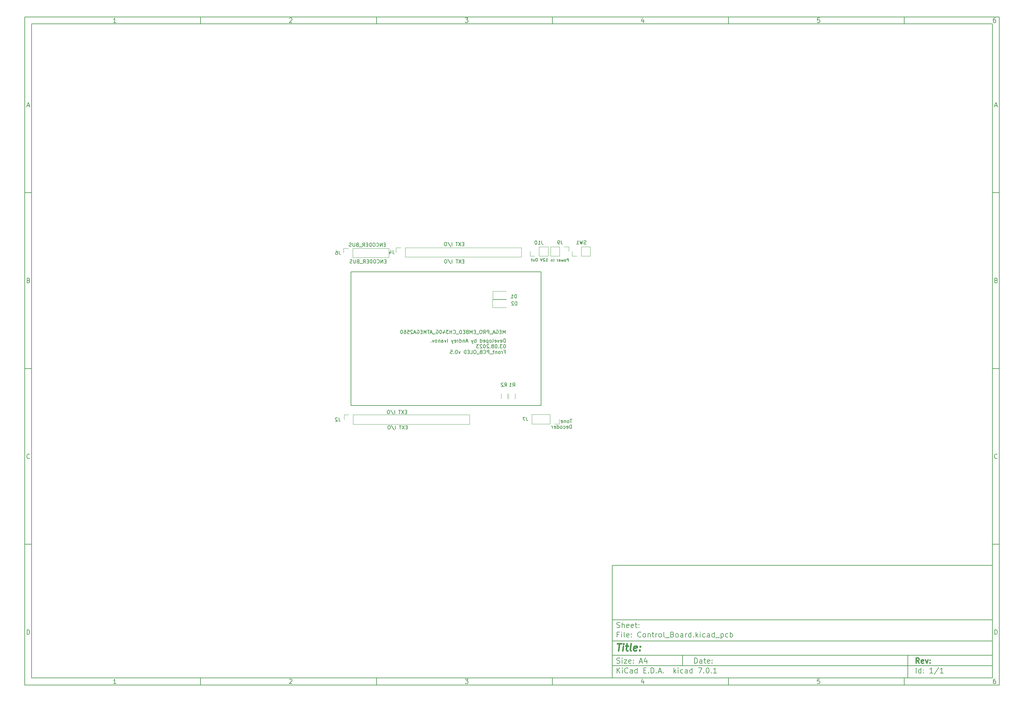
<source format=gbr>
%TF.GenerationSoftware,KiCad,Pcbnew,7.0.1*%
%TF.CreationDate,2023-09-27T13:27:15+00:00*%
%TF.ProjectId,Control_Board,436f6e74-726f-46c5-9f42-6f6172642e6b,rev?*%
%TF.SameCoordinates,Original*%
%TF.FileFunction,Legend,Bot*%
%TF.FilePolarity,Positive*%
%FSLAX45Y45*%
G04 Gerber Fmt 4.5, Leading zero omitted, Abs format (unit mm)*
G04 Created by KiCad (PCBNEW 7.0.1) date 2023-09-27 13:27:15*
%MOMM*%
%LPD*%
G01*
G04 APERTURE LIST*
%ADD10C,0.100000*%
%ADD11C,0.150000*%
%ADD12C,0.300000*%
%ADD13C,0.400000*%
%ADD14C,0.120000*%
G04 APERTURE END LIST*
D10*
D11*
X17700220Y-16600720D02*
X28500220Y-16600720D01*
X28500220Y-19800720D01*
X17700220Y-19800720D01*
X17700220Y-16600720D01*
D10*
D11*
X1000000Y-1000000D02*
X28700220Y-1000000D01*
X28700220Y-20000720D01*
X1000000Y-20000720D01*
X1000000Y-1000000D01*
D10*
D11*
X1200000Y-1200000D02*
X28500220Y-1200000D01*
X28500220Y-19800720D01*
X1200000Y-19800720D01*
X1200000Y-1200000D01*
D10*
D11*
X6000000Y-1200000D02*
X6000000Y-1000000D01*
D10*
D11*
X11000000Y-1200000D02*
X11000000Y-1000000D01*
D10*
D11*
X16000000Y-1200000D02*
X16000000Y-1000000D01*
D10*
D11*
X21000000Y-1200000D02*
X21000000Y-1000000D01*
D10*
D11*
X26000000Y-1200000D02*
X26000000Y-1000000D01*
D10*
D11*
X3599048Y-1160140D02*
X3524762Y-1160140D01*
X3561905Y-1160140D02*
X3561905Y-1030140D01*
X3561905Y-1030140D02*
X3549524Y-1048712D01*
X3549524Y-1048712D02*
X3537143Y-1061093D01*
X3537143Y-1061093D02*
X3524762Y-1067283D01*
D10*
D11*
X8524762Y-1042521D02*
X8530952Y-1036331D01*
X8530952Y-1036331D02*
X8543333Y-1030140D01*
X8543333Y-1030140D02*
X8574286Y-1030140D01*
X8574286Y-1030140D02*
X8586667Y-1036331D01*
X8586667Y-1036331D02*
X8592857Y-1042521D01*
X8592857Y-1042521D02*
X8599048Y-1054902D01*
X8599048Y-1054902D02*
X8599048Y-1067283D01*
X8599048Y-1067283D02*
X8592857Y-1085855D01*
X8592857Y-1085855D02*
X8518571Y-1160140D01*
X8518571Y-1160140D02*
X8599048Y-1160140D01*
D10*
D11*
X13518571Y-1030140D02*
X13599048Y-1030140D01*
X13599048Y-1030140D02*
X13555714Y-1079664D01*
X13555714Y-1079664D02*
X13574286Y-1079664D01*
X13574286Y-1079664D02*
X13586667Y-1085855D01*
X13586667Y-1085855D02*
X13592857Y-1092045D01*
X13592857Y-1092045D02*
X13599048Y-1104426D01*
X13599048Y-1104426D02*
X13599048Y-1135379D01*
X13599048Y-1135379D02*
X13592857Y-1147760D01*
X13592857Y-1147760D02*
X13586667Y-1153950D01*
X13586667Y-1153950D02*
X13574286Y-1160140D01*
X13574286Y-1160140D02*
X13537143Y-1160140D01*
X13537143Y-1160140D02*
X13524762Y-1153950D01*
X13524762Y-1153950D02*
X13518571Y-1147760D01*
D10*
D11*
X18586667Y-1073474D02*
X18586667Y-1160140D01*
X18555714Y-1023950D02*
X18524762Y-1116807D01*
X18524762Y-1116807D02*
X18605238Y-1116807D01*
D10*
D11*
X23592857Y-1030140D02*
X23530952Y-1030140D01*
X23530952Y-1030140D02*
X23524762Y-1092045D01*
X23524762Y-1092045D02*
X23530952Y-1085855D01*
X23530952Y-1085855D02*
X23543333Y-1079664D01*
X23543333Y-1079664D02*
X23574286Y-1079664D01*
X23574286Y-1079664D02*
X23586667Y-1085855D01*
X23586667Y-1085855D02*
X23592857Y-1092045D01*
X23592857Y-1092045D02*
X23599048Y-1104426D01*
X23599048Y-1104426D02*
X23599048Y-1135379D01*
X23599048Y-1135379D02*
X23592857Y-1147760D01*
X23592857Y-1147760D02*
X23586667Y-1153950D01*
X23586667Y-1153950D02*
X23574286Y-1160140D01*
X23574286Y-1160140D02*
X23543333Y-1160140D01*
X23543333Y-1160140D02*
X23530952Y-1153950D01*
X23530952Y-1153950D02*
X23524762Y-1147760D01*
D10*
D11*
X28586667Y-1030140D02*
X28561905Y-1030140D01*
X28561905Y-1030140D02*
X28549524Y-1036331D01*
X28549524Y-1036331D02*
X28543333Y-1042521D01*
X28543333Y-1042521D02*
X28530952Y-1061093D01*
X28530952Y-1061093D02*
X28524762Y-1085855D01*
X28524762Y-1085855D02*
X28524762Y-1135379D01*
X28524762Y-1135379D02*
X28530952Y-1147760D01*
X28530952Y-1147760D02*
X28537143Y-1153950D01*
X28537143Y-1153950D02*
X28549524Y-1160140D01*
X28549524Y-1160140D02*
X28574286Y-1160140D01*
X28574286Y-1160140D02*
X28586667Y-1153950D01*
X28586667Y-1153950D02*
X28592857Y-1147760D01*
X28592857Y-1147760D02*
X28599048Y-1135379D01*
X28599048Y-1135379D02*
X28599048Y-1104426D01*
X28599048Y-1104426D02*
X28592857Y-1092045D01*
X28592857Y-1092045D02*
X28586667Y-1085855D01*
X28586667Y-1085855D02*
X28574286Y-1079664D01*
X28574286Y-1079664D02*
X28549524Y-1079664D01*
X28549524Y-1079664D02*
X28537143Y-1085855D01*
X28537143Y-1085855D02*
X28530952Y-1092045D01*
X28530952Y-1092045D02*
X28524762Y-1104426D01*
D10*
D11*
X6000000Y-19800720D02*
X6000000Y-20000720D01*
D10*
D11*
X11000000Y-19800720D02*
X11000000Y-20000720D01*
D10*
D11*
X16000000Y-19800720D02*
X16000000Y-20000720D01*
D10*
D11*
X21000000Y-19800720D02*
X21000000Y-20000720D01*
D10*
D11*
X26000000Y-19800720D02*
X26000000Y-20000720D01*
D10*
D11*
X3599048Y-19960860D02*
X3524762Y-19960860D01*
X3561905Y-19960860D02*
X3561905Y-19830860D01*
X3561905Y-19830860D02*
X3549524Y-19849432D01*
X3549524Y-19849432D02*
X3537143Y-19861813D01*
X3537143Y-19861813D02*
X3524762Y-19868003D01*
D10*
D11*
X8524762Y-19843241D02*
X8530952Y-19837051D01*
X8530952Y-19837051D02*
X8543333Y-19830860D01*
X8543333Y-19830860D02*
X8574286Y-19830860D01*
X8574286Y-19830860D02*
X8586667Y-19837051D01*
X8586667Y-19837051D02*
X8592857Y-19843241D01*
X8592857Y-19843241D02*
X8599048Y-19855622D01*
X8599048Y-19855622D02*
X8599048Y-19868003D01*
X8599048Y-19868003D02*
X8592857Y-19886575D01*
X8592857Y-19886575D02*
X8518571Y-19960860D01*
X8518571Y-19960860D02*
X8599048Y-19960860D01*
D10*
D11*
X13518571Y-19830860D02*
X13599048Y-19830860D01*
X13599048Y-19830860D02*
X13555714Y-19880384D01*
X13555714Y-19880384D02*
X13574286Y-19880384D01*
X13574286Y-19880384D02*
X13586667Y-19886575D01*
X13586667Y-19886575D02*
X13592857Y-19892765D01*
X13592857Y-19892765D02*
X13599048Y-19905146D01*
X13599048Y-19905146D02*
X13599048Y-19936099D01*
X13599048Y-19936099D02*
X13592857Y-19948480D01*
X13592857Y-19948480D02*
X13586667Y-19954670D01*
X13586667Y-19954670D02*
X13574286Y-19960860D01*
X13574286Y-19960860D02*
X13537143Y-19960860D01*
X13537143Y-19960860D02*
X13524762Y-19954670D01*
X13524762Y-19954670D02*
X13518571Y-19948480D01*
D10*
D11*
X18586667Y-19874194D02*
X18586667Y-19960860D01*
X18555714Y-19824670D02*
X18524762Y-19917527D01*
X18524762Y-19917527D02*
X18605238Y-19917527D01*
D10*
D11*
X23592857Y-19830860D02*
X23530952Y-19830860D01*
X23530952Y-19830860D02*
X23524762Y-19892765D01*
X23524762Y-19892765D02*
X23530952Y-19886575D01*
X23530952Y-19886575D02*
X23543333Y-19880384D01*
X23543333Y-19880384D02*
X23574286Y-19880384D01*
X23574286Y-19880384D02*
X23586667Y-19886575D01*
X23586667Y-19886575D02*
X23592857Y-19892765D01*
X23592857Y-19892765D02*
X23599048Y-19905146D01*
X23599048Y-19905146D02*
X23599048Y-19936099D01*
X23599048Y-19936099D02*
X23592857Y-19948480D01*
X23592857Y-19948480D02*
X23586667Y-19954670D01*
X23586667Y-19954670D02*
X23574286Y-19960860D01*
X23574286Y-19960860D02*
X23543333Y-19960860D01*
X23543333Y-19960860D02*
X23530952Y-19954670D01*
X23530952Y-19954670D02*
X23524762Y-19948480D01*
D10*
D11*
X28586667Y-19830860D02*
X28561905Y-19830860D01*
X28561905Y-19830860D02*
X28549524Y-19837051D01*
X28549524Y-19837051D02*
X28543333Y-19843241D01*
X28543333Y-19843241D02*
X28530952Y-19861813D01*
X28530952Y-19861813D02*
X28524762Y-19886575D01*
X28524762Y-19886575D02*
X28524762Y-19936099D01*
X28524762Y-19936099D02*
X28530952Y-19948480D01*
X28530952Y-19948480D02*
X28537143Y-19954670D01*
X28537143Y-19954670D02*
X28549524Y-19960860D01*
X28549524Y-19960860D02*
X28574286Y-19960860D01*
X28574286Y-19960860D02*
X28586667Y-19954670D01*
X28586667Y-19954670D02*
X28592857Y-19948480D01*
X28592857Y-19948480D02*
X28599048Y-19936099D01*
X28599048Y-19936099D02*
X28599048Y-19905146D01*
X28599048Y-19905146D02*
X28592857Y-19892765D01*
X28592857Y-19892765D02*
X28586667Y-19886575D01*
X28586667Y-19886575D02*
X28574286Y-19880384D01*
X28574286Y-19880384D02*
X28549524Y-19880384D01*
X28549524Y-19880384D02*
X28537143Y-19886575D01*
X28537143Y-19886575D02*
X28530952Y-19892765D01*
X28530952Y-19892765D02*
X28524762Y-19905146D01*
D10*
D11*
X1000000Y-6000000D02*
X1200000Y-6000000D01*
D10*
D11*
X1000000Y-11000000D02*
X1200000Y-11000000D01*
D10*
D11*
X1000000Y-16000000D02*
X1200000Y-16000000D01*
D10*
D11*
X1069048Y-3522998D02*
X1130952Y-3522998D01*
X1056667Y-3560140D02*
X1100000Y-3430140D01*
X1100000Y-3430140D02*
X1143333Y-3560140D01*
D10*
D11*
X1109286Y-8492045D02*
X1127857Y-8498236D01*
X1127857Y-8498236D02*
X1134048Y-8504426D01*
X1134048Y-8504426D02*
X1140238Y-8516807D01*
X1140238Y-8516807D02*
X1140238Y-8535379D01*
X1140238Y-8535379D02*
X1134048Y-8547760D01*
X1134048Y-8547760D02*
X1127857Y-8553950D01*
X1127857Y-8553950D02*
X1115476Y-8560140D01*
X1115476Y-8560140D02*
X1065952Y-8560140D01*
X1065952Y-8560140D02*
X1065952Y-8430140D01*
X1065952Y-8430140D02*
X1109286Y-8430140D01*
X1109286Y-8430140D02*
X1121667Y-8436331D01*
X1121667Y-8436331D02*
X1127857Y-8442521D01*
X1127857Y-8442521D02*
X1134048Y-8454902D01*
X1134048Y-8454902D02*
X1134048Y-8467283D01*
X1134048Y-8467283D02*
X1127857Y-8479664D01*
X1127857Y-8479664D02*
X1121667Y-8485855D01*
X1121667Y-8485855D02*
X1109286Y-8492045D01*
X1109286Y-8492045D02*
X1065952Y-8492045D01*
D10*
D11*
X1140238Y-13547759D02*
X1134048Y-13553950D01*
X1134048Y-13553950D02*
X1115476Y-13560140D01*
X1115476Y-13560140D02*
X1103095Y-13560140D01*
X1103095Y-13560140D02*
X1084524Y-13553950D01*
X1084524Y-13553950D02*
X1072143Y-13541569D01*
X1072143Y-13541569D02*
X1065952Y-13529188D01*
X1065952Y-13529188D02*
X1059762Y-13504426D01*
X1059762Y-13504426D02*
X1059762Y-13485855D01*
X1059762Y-13485855D02*
X1065952Y-13461093D01*
X1065952Y-13461093D02*
X1072143Y-13448712D01*
X1072143Y-13448712D02*
X1084524Y-13436331D01*
X1084524Y-13436331D02*
X1103095Y-13430140D01*
X1103095Y-13430140D02*
X1115476Y-13430140D01*
X1115476Y-13430140D02*
X1134048Y-13436331D01*
X1134048Y-13436331D02*
X1140238Y-13442521D01*
D10*
D11*
X1065952Y-18560140D02*
X1065952Y-18430140D01*
X1065952Y-18430140D02*
X1096905Y-18430140D01*
X1096905Y-18430140D02*
X1115476Y-18436331D01*
X1115476Y-18436331D02*
X1127857Y-18448712D01*
X1127857Y-18448712D02*
X1134048Y-18461093D01*
X1134048Y-18461093D02*
X1140238Y-18485855D01*
X1140238Y-18485855D02*
X1140238Y-18504426D01*
X1140238Y-18504426D02*
X1134048Y-18529188D01*
X1134048Y-18529188D02*
X1127857Y-18541569D01*
X1127857Y-18541569D02*
X1115476Y-18553950D01*
X1115476Y-18553950D02*
X1096905Y-18560140D01*
X1096905Y-18560140D02*
X1065952Y-18560140D01*
D10*
D11*
X28700220Y-6000000D02*
X28500220Y-6000000D01*
D10*
D11*
X28700220Y-11000000D02*
X28500220Y-11000000D01*
D10*
D11*
X28700220Y-16000000D02*
X28500220Y-16000000D01*
D10*
D11*
X28569268Y-3522998D02*
X28631172Y-3522998D01*
X28556887Y-3560140D02*
X28600220Y-3430140D01*
X28600220Y-3430140D02*
X28643553Y-3560140D01*
D10*
D11*
X28609506Y-8492045D02*
X28628077Y-8498236D01*
X28628077Y-8498236D02*
X28634268Y-8504426D01*
X28634268Y-8504426D02*
X28640458Y-8516807D01*
X28640458Y-8516807D02*
X28640458Y-8535379D01*
X28640458Y-8535379D02*
X28634268Y-8547760D01*
X28634268Y-8547760D02*
X28628077Y-8553950D01*
X28628077Y-8553950D02*
X28615696Y-8560140D01*
X28615696Y-8560140D02*
X28566172Y-8560140D01*
X28566172Y-8560140D02*
X28566172Y-8430140D01*
X28566172Y-8430140D02*
X28609506Y-8430140D01*
X28609506Y-8430140D02*
X28621887Y-8436331D01*
X28621887Y-8436331D02*
X28628077Y-8442521D01*
X28628077Y-8442521D02*
X28634268Y-8454902D01*
X28634268Y-8454902D02*
X28634268Y-8467283D01*
X28634268Y-8467283D02*
X28628077Y-8479664D01*
X28628077Y-8479664D02*
X28621887Y-8485855D01*
X28621887Y-8485855D02*
X28609506Y-8492045D01*
X28609506Y-8492045D02*
X28566172Y-8492045D01*
D10*
D11*
X28640458Y-13547759D02*
X28634268Y-13553950D01*
X28634268Y-13553950D02*
X28615696Y-13560140D01*
X28615696Y-13560140D02*
X28603315Y-13560140D01*
X28603315Y-13560140D02*
X28584744Y-13553950D01*
X28584744Y-13553950D02*
X28572363Y-13541569D01*
X28572363Y-13541569D02*
X28566172Y-13529188D01*
X28566172Y-13529188D02*
X28559982Y-13504426D01*
X28559982Y-13504426D02*
X28559982Y-13485855D01*
X28559982Y-13485855D02*
X28566172Y-13461093D01*
X28566172Y-13461093D02*
X28572363Y-13448712D01*
X28572363Y-13448712D02*
X28584744Y-13436331D01*
X28584744Y-13436331D02*
X28603315Y-13430140D01*
X28603315Y-13430140D02*
X28615696Y-13430140D01*
X28615696Y-13430140D02*
X28634268Y-13436331D01*
X28634268Y-13436331D02*
X28640458Y-13442521D01*
D10*
D11*
X28566172Y-18560140D02*
X28566172Y-18430140D01*
X28566172Y-18430140D02*
X28597125Y-18430140D01*
X28597125Y-18430140D02*
X28615696Y-18436331D01*
X28615696Y-18436331D02*
X28628077Y-18448712D01*
X28628077Y-18448712D02*
X28634268Y-18461093D01*
X28634268Y-18461093D02*
X28640458Y-18485855D01*
X28640458Y-18485855D02*
X28640458Y-18504426D01*
X28640458Y-18504426D02*
X28634268Y-18529188D01*
X28634268Y-18529188D02*
X28628077Y-18541569D01*
X28628077Y-18541569D02*
X28615696Y-18553950D01*
X28615696Y-18553950D02*
X28597125Y-18560140D01*
X28597125Y-18560140D02*
X28566172Y-18560140D01*
D10*
D11*
X20035934Y-19380113D02*
X20035934Y-19230113D01*
X20035934Y-19230113D02*
X20071649Y-19230113D01*
X20071649Y-19230113D02*
X20093077Y-19237256D01*
X20093077Y-19237256D02*
X20107363Y-19251541D01*
X20107363Y-19251541D02*
X20114506Y-19265827D01*
X20114506Y-19265827D02*
X20121649Y-19294399D01*
X20121649Y-19294399D02*
X20121649Y-19315827D01*
X20121649Y-19315827D02*
X20114506Y-19344399D01*
X20114506Y-19344399D02*
X20107363Y-19358684D01*
X20107363Y-19358684D02*
X20093077Y-19372970D01*
X20093077Y-19372970D02*
X20071649Y-19380113D01*
X20071649Y-19380113D02*
X20035934Y-19380113D01*
X20250220Y-19380113D02*
X20250220Y-19301541D01*
X20250220Y-19301541D02*
X20243077Y-19287256D01*
X20243077Y-19287256D02*
X20228791Y-19280113D01*
X20228791Y-19280113D02*
X20200220Y-19280113D01*
X20200220Y-19280113D02*
X20185934Y-19287256D01*
X20250220Y-19372970D02*
X20235934Y-19380113D01*
X20235934Y-19380113D02*
X20200220Y-19380113D01*
X20200220Y-19380113D02*
X20185934Y-19372970D01*
X20185934Y-19372970D02*
X20178791Y-19358684D01*
X20178791Y-19358684D02*
X20178791Y-19344399D01*
X20178791Y-19344399D02*
X20185934Y-19330113D01*
X20185934Y-19330113D02*
X20200220Y-19322970D01*
X20200220Y-19322970D02*
X20235934Y-19322970D01*
X20235934Y-19322970D02*
X20250220Y-19315827D01*
X20300220Y-19280113D02*
X20357363Y-19280113D01*
X20321649Y-19230113D02*
X20321649Y-19358684D01*
X20321649Y-19358684D02*
X20328791Y-19372970D01*
X20328791Y-19372970D02*
X20343077Y-19380113D01*
X20343077Y-19380113D02*
X20357363Y-19380113D01*
X20464506Y-19372970D02*
X20450220Y-19380113D01*
X20450220Y-19380113D02*
X20421649Y-19380113D01*
X20421649Y-19380113D02*
X20407363Y-19372970D01*
X20407363Y-19372970D02*
X20400220Y-19358684D01*
X20400220Y-19358684D02*
X20400220Y-19301541D01*
X20400220Y-19301541D02*
X20407363Y-19287256D01*
X20407363Y-19287256D02*
X20421649Y-19280113D01*
X20421649Y-19280113D02*
X20450220Y-19280113D01*
X20450220Y-19280113D02*
X20464506Y-19287256D01*
X20464506Y-19287256D02*
X20471649Y-19301541D01*
X20471649Y-19301541D02*
X20471649Y-19315827D01*
X20471649Y-19315827D02*
X20400220Y-19330113D01*
X20535934Y-19365827D02*
X20543077Y-19372970D01*
X20543077Y-19372970D02*
X20535934Y-19380113D01*
X20535934Y-19380113D02*
X20528791Y-19372970D01*
X20528791Y-19372970D02*
X20535934Y-19365827D01*
X20535934Y-19365827D02*
X20535934Y-19380113D01*
X20535934Y-19287256D02*
X20543077Y-19294399D01*
X20543077Y-19294399D02*
X20535934Y-19301541D01*
X20535934Y-19301541D02*
X20528791Y-19294399D01*
X20528791Y-19294399D02*
X20535934Y-19287256D01*
X20535934Y-19287256D02*
X20535934Y-19301541D01*
D10*
D11*
X17700220Y-19450720D02*
X28500220Y-19450720D01*
D10*
D11*
X17835934Y-19660113D02*
X17835934Y-19510113D01*
X17921649Y-19660113D02*
X17857363Y-19574399D01*
X17921649Y-19510113D02*
X17835934Y-19595827D01*
X17985934Y-19660113D02*
X17985934Y-19560113D01*
X17985934Y-19510113D02*
X17978791Y-19517256D01*
X17978791Y-19517256D02*
X17985934Y-19524399D01*
X17985934Y-19524399D02*
X17993077Y-19517256D01*
X17993077Y-19517256D02*
X17985934Y-19510113D01*
X17985934Y-19510113D02*
X17985934Y-19524399D01*
X18143077Y-19645827D02*
X18135934Y-19652970D01*
X18135934Y-19652970D02*
X18114506Y-19660113D01*
X18114506Y-19660113D02*
X18100220Y-19660113D01*
X18100220Y-19660113D02*
X18078791Y-19652970D01*
X18078791Y-19652970D02*
X18064506Y-19638684D01*
X18064506Y-19638684D02*
X18057363Y-19624399D01*
X18057363Y-19624399D02*
X18050220Y-19595827D01*
X18050220Y-19595827D02*
X18050220Y-19574399D01*
X18050220Y-19574399D02*
X18057363Y-19545827D01*
X18057363Y-19545827D02*
X18064506Y-19531541D01*
X18064506Y-19531541D02*
X18078791Y-19517256D01*
X18078791Y-19517256D02*
X18100220Y-19510113D01*
X18100220Y-19510113D02*
X18114506Y-19510113D01*
X18114506Y-19510113D02*
X18135934Y-19517256D01*
X18135934Y-19517256D02*
X18143077Y-19524399D01*
X18271649Y-19660113D02*
X18271649Y-19581541D01*
X18271649Y-19581541D02*
X18264506Y-19567256D01*
X18264506Y-19567256D02*
X18250220Y-19560113D01*
X18250220Y-19560113D02*
X18221649Y-19560113D01*
X18221649Y-19560113D02*
X18207363Y-19567256D01*
X18271649Y-19652970D02*
X18257363Y-19660113D01*
X18257363Y-19660113D02*
X18221649Y-19660113D01*
X18221649Y-19660113D02*
X18207363Y-19652970D01*
X18207363Y-19652970D02*
X18200220Y-19638684D01*
X18200220Y-19638684D02*
X18200220Y-19624399D01*
X18200220Y-19624399D02*
X18207363Y-19610113D01*
X18207363Y-19610113D02*
X18221649Y-19602970D01*
X18221649Y-19602970D02*
X18257363Y-19602970D01*
X18257363Y-19602970D02*
X18271649Y-19595827D01*
X18407363Y-19660113D02*
X18407363Y-19510113D01*
X18407363Y-19652970D02*
X18393077Y-19660113D01*
X18393077Y-19660113D02*
X18364506Y-19660113D01*
X18364506Y-19660113D02*
X18350220Y-19652970D01*
X18350220Y-19652970D02*
X18343077Y-19645827D01*
X18343077Y-19645827D02*
X18335934Y-19631541D01*
X18335934Y-19631541D02*
X18335934Y-19588684D01*
X18335934Y-19588684D02*
X18343077Y-19574399D01*
X18343077Y-19574399D02*
X18350220Y-19567256D01*
X18350220Y-19567256D02*
X18364506Y-19560113D01*
X18364506Y-19560113D02*
X18393077Y-19560113D01*
X18393077Y-19560113D02*
X18407363Y-19567256D01*
X18593077Y-19581541D02*
X18643077Y-19581541D01*
X18664506Y-19660113D02*
X18593077Y-19660113D01*
X18593077Y-19660113D02*
X18593077Y-19510113D01*
X18593077Y-19510113D02*
X18664506Y-19510113D01*
X18728791Y-19645827D02*
X18735934Y-19652970D01*
X18735934Y-19652970D02*
X18728791Y-19660113D01*
X18728791Y-19660113D02*
X18721649Y-19652970D01*
X18721649Y-19652970D02*
X18728791Y-19645827D01*
X18728791Y-19645827D02*
X18728791Y-19660113D01*
X18800220Y-19660113D02*
X18800220Y-19510113D01*
X18800220Y-19510113D02*
X18835934Y-19510113D01*
X18835934Y-19510113D02*
X18857363Y-19517256D01*
X18857363Y-19517256D02*
X18871649Y-19531541D01*
X18871649Y-19531541D02*
X18878792Y-19545827D01*
X18878792Y-19545827D02*
X18885934Y-19574399D01*
X18885934Y-19574399D02*
X18885934Y-19595827D01*
X18885934Y-19595827D02*
X18878792Y-19624399D01*
X18878792Y-19624399D02*
X18871649Y-19638684D01*
X18871649Y-19638684D02*
X18857363Y-19652970D01*
X18857363Y-19652970D02*
X18835934Y-19660113D01*
X18835934Y-19660113D02*
X18800220Y-19660113D01*
X18950220Y-19645827D02*
X18957363Y-19652970D01*
X18957363Y-19652970D02*
X18950220Y-19660113D01*
X18950220Y-19660113D02*
X18943077Y-19652970D01*
X18943077Y-19652970D02*
X18950220Y-19645827D01*
X18950220Y-19645827D02*
X18950220Y-19660113D01*
X19014506Y-19617256D02*
X19085934Y-19617256D01*
X19000220Y-19660113D02*
X19050220Y-19510113D01*
X19050220Y-19510113D02*
X19100220Y-19660113D01*
X19150220Y-19645827D02*
X19157363Y-19652970D01*
X19157363Y-19652970D02*
X19150220Y-19660113D01*
X19150220Y-19660113D02*
X19143077Y-19652970D01*
X19143077Y-19652970D02*
X19150220Y-19645827D01*
X19150220Y-19645827D02*
X19150220Y-19660113D01*
X19450220Y-19660113D02*
X19450220Y-19510113D01*
X19464506Y-19602970D02*
X19507363Y-19660113D01*
X19507363Y-19560113D02*
X19450220Y-19617256D01*
X19571649Y-19660113D02*
X19571649Y-19560113D01*
X19571649Y-19510113D02*
X19564506Y-19517256D01*
X19564506Y-19517256D02*
X19571649Y-19524399D01*
X19571649Y-19524399D02*
X19578792Y-19517256D01*
X19578792Y-19517256D02*
X19571649Y-19510113D01*
X19571649Y-19510113D02*
X19571649Y-19524399D01*
X19707363Y-19652970D02*
X19693077Y-19660113D01*
X19693077Y-19660113D02*
X19664506Y-19660113D01*
X19664506Y-19660113D02*
X19650220Y-19652970D01*
X19650220Y-19652970D02*
X19643077Y-19645827D01*
X19643077Y-19645827D02*
X19635934Y-19631541D01*
X19635934Y-19631541D02*
X19635934Y-19588684D01*
X19635934Y-19588684D02*
X19643077Y-19574399D01*
X19643077Y-19574399D02*
X19650220Y-19567256D01*
X19650220Y-19567256D02*
X19664506Y-19560113D01*
X19664506Y-19560113D02*
X19693077Y-19560113D01*
X19693077Y-19560113D02*
X19707363Y-19567256D01*
X19835934Y-19660113D02*
X19835934Y-19581541D01*
X19835934Y-19581541D02*
X19828792Y-19567256D01*
X19828792Y-19567256D02*
X19814506Y-19560113D01*
X19814506Y-19560113D02*
X19785934Y-19560113D01*
X19785934Y-19560113D02*
X19771649Y-19567256D01*
X19835934Y-19652970D02*
X19821649Y-19660113D01*
X19821649Y-19660113D02*
X19785934Y-19660113D01*
X19785934Y-19660113D02*
X19771649Y-19652970D01*
X19771649Y-19652970D02*
X19764506Y-19638684D01*
X19764506Y-19638684D02*
X19764506Y-19624399D01*
X19764506Y-19624399D02*
X19771649Y-19610113D01*
X19771649Y-19610113D02*
X19785934Y-19602970D01*
X19785934Y-19602970D02*
X19821649Y-19602970D01*
X19821649Y-19602970D02*
X19835934Y-19595827D01*
X19971649Y-19660113D02*
X19971649Y-19510113D01*
X19971649Y-19652970D02*
X19957363Y-19660113D01*
X19957363Y-19660113D02*
X19928792Y-19660113D01*
X19928792Y-19660113D02*
X19914506Y-19652970D01*
X19914506Y-19652970D02*
X19907363Y-19645827D01*
X19907363Y-19645827D02*
X19900220Y-19631541D01*
X19900220Y-19631541D02*
X19900220Y-19588684D01*
X19900220Y-19588684D02*
X19907363Y-19574399D01*
X19907363Y-19574399D02*
X19914506Y-19567256D01*
X19914506Y-19567256D02*
X19928792Y-19560113D01*
X19928792Y-19560113D02*
X19957363Y-19560113D01*
X19957363Y-19560113D02*
X19971649Y-19567256D01*
X20143077Y-19510113D02*
X20243077Y-19510113D01*
X20243077Y-19510113D02*
X20178792Y-19660113D01*
X20300220Y-19645827D02*
X20307363Y-19652970D01*
X20307363Y-19652970D02*
X20300220Y-19660113D01*
X20300220Y-19660113D02*
X20293077Y-19652970D01*
X20293077Y-19652970D02*
X20300220Y-19645827D01*
X20300220Y-19645827D02*
X20300220Y-19660113D01*
X20400220Y-19510113D02*
X20414506Y-19510113D01*
X20414506Y-19510113D02*
X20428792Y-19517256D01*
X20428792Y-19517256D02*
X20435934Y-19524399D01*
X20435934Y-19524399D02*
X20443077Y-19538684D01*
X20443077Y-19538684D02*
X20450220Y-19567256D01*
X20450220Y-19567256D02*
X20450220Y-19602970D01*
X20450220Y-19602970D02*
X20443077Y-19631541D01*
X20443077Y-19631541D02*
X20435934Y-19645827D01*
X20435934Y-19645827D02*
X20428792Y-19652970D01*
X20428792Y-19652970D02*
X20414506Y-19660113D01*
X20414506Y-19660113D02*
X20400220Y-19660113D01*
X20400220Y-19660113D02*
X20385934Y-19652970D01*
X20385934Y-19652970D02*
X20378792Y-19645827D01*
X20378792Y-19645827D02*
X20371649Y-19631541D01*
X20371649Y-19631541D02*
X20364506Y-19602970D01*
X20364506Y-19602970D02*
X20364506Y-19567256D01*
X20364506Y-19567256D02*
X20371649Y-19538684D01*
X20371649Y-19538684D02*
X20378792Y-19524399D01*
X20378792Y-19524399D02*
X20385934Y-19517256D01*
X20385934Y-19517256D02*
X20400220Y-19510113D01*
X20514506Y-19645827D02*
X20521649Y-19652970D01*
X20521649Y-19652970D02*
X20514506Y-19660113D01*
X20514506Y-19660113D02*
X20507363Y-19652970D01*
X20507363Y-19652970D02*
X20514506Y-19645827D01*
X20514506Y-19645827D02*
X20514506Y-19660113D01*
X20664506Y-19660113D02*
X20578792Y-19660113D01*
X20621649Y-19660113D02*
X20621649Y-19510113D01*
X20621649Y-19510113D02*
X20607363Y-19531541D01*
X20607363Y-19531541D02*
X20593077Y-19545827D01*
X20593077Y-19545827D02*
X20578792Y-19552970D01*
D10*
D11*
X17700220Y-19150720D02*
X28500220Y-19150720D01*
D10*
D12*
X26421648Y-19380113D02*
X26371648Y-19308684D01*
X26335934Y-19380113D02*
X26335934Y-19230113D01*
X26335934Y-19230113D02*
X26393077Y-19230113D01*
X26393077Y-19230113D02*
X26407363Y-19237256D01*
X26407363Y-19237256D02*
X26414506Y-19244399D01*
X26414506Y-19244399D02*
X26421648Y-19258684D01*
X26421648Y-19258684D02*
X26421648Y-19280113D01*
X26421648Y-19280113D02*
X26414506Y-19294399D01*
X26414506Y-19294399D02*
X26407363Y-19301541D01*
X26407363Y-19301541D02*
X26393077Y-19308684D01*
X26393077Y-19308684D02*
X26335934Y-19308684D01*
X26543077Y-19372970D02*
X26528791Y-19380113D01*
X26528791Y-19380113D02*
X26500220Y-19380113D01*
X26500220Y-19380113D02*
X26485934Y-19372970D01*
X26485934Y-19372970D02*
X26478791Y-19358684D01*
X26478791Y-19358684D02*
X26478791Y-19301541D01*
X26478791Y-19301541D02*
X26485934Y-19287256D01*
X26485934Y-19287256D02*
X26500220Y-19280113D01*
X26500220Y-19280113D02*
X26528791Y-19280113D01*
X26528791Y-19280113D02*
X26543077Y-19287256D01*
X26543077Y-19287256D02*
X26550220Y-19301541D01*
X26550220Y-19301541D02*
X26550220Y-19315827D01*
X26550220Y-19315827D02*
X26478791Y-19330113D01*
X26600220Y-19280113D02*
X26635934Y-19380113D01*
X26635934Y-19380113D02*
X26671648Y-19280113D01*
X26728791Y-19365827D02*
X26735934Y-19372970D01*
X26735934Y-19372970D02*
X26728791Y-19380113D01*
X26728791Y-19380113D02*
X26721648Y-19372970D01*
X26721648Y-19372970D02*
X26728791Y-19365827D01*
X26728791Y-19365827D02*
X26728791Y-19380113D01*
X26728791Y-19287256D02*
X26735934Y-19294399D01*
X26735934Y-19294399D02*
X26728791Y-19301541D01*
X26728791Y-19301541D02*
X26721648Y-19294399D01*
X26721648Y-19294399D02*
X26728791Y-19287256D01*
X26728791Y-19287256D02*
X26728791Y-19301541D01*
D10*
D11*
X17828791Y-19372970D02*
X17850220Y-19380113D01*
X17850220Y-19380113D02*
X17885934Y-19380113D01*
X17885934Y-19380113D02*
X17900220Y-19372970D01*
X17900220Y-19372970D02*
X17907363Y-19365827D01*
X17907363Y-19365827D02*
X17914506Y-19351541D01*
X17914506Y-19351541D02*
X17914506Y-19337256D01*
X17914506Y-19337256D02*
X17907363Y-19322970D01*
X17907363Y-19322970D02*
X17900220Y-19315827D01*
X17900220Y-19315827D02*
X17885934Y-19308684D01*
X17885934Y-19308684D02*
X17857363Y-19301541D01*
X17857363Y-19301541D02*
X17843077Y-19294399D01*
X17843077Y-19294399D02*
X17835934Y-19287256D01*
X17835934Y-19287256D02*
X17828791Y-19272970D01*
X17828791Y-19272970D02*
X17828791Y-19258684D01*
X17828791Y-19258684D02*
X17835934Y-19244399D01*
X17835934Y-19244399D02*
X17843077Y-19237256D01*
X17843077Y-19237256D02*
X17857363Y-19230113D01*
X17857363Y-19230113D02*
X17893077Y-19230113D01*
X17893077Y-19230113D02*
X17914506Y-19237256D01*
X17978791Y-19380113D02*
X17978791Y-19280113D01*
X17978791Y-19230113D02*
X17971649Y-19237256D01*
X17971649Y-19237256D02*
X17978791Y-19244399D01*
X17978791Y-19244399D02*
X17985934Y-19237256D01*
X17985934Y-19237256D02*
X17978791Y-19230113D01*
X17978791Y-19230113D02*
X17978791Y-19244399D01*
X18035934Y-19280113D02*
X18114506Y-19280113D01*
X18114506Y-19280113D02*
X18035934Y-19380113D01*
X18035934Y-19380113D02*
X18114506Y-19380113D01*
X18228791Y-19372970D02*
X18214506Y-19380113D01*
X18214506Y-19380113D02*
X18185934Y-19380113D01*
X18185934Y-19380113D02*
X18171649Y-19372970D01*
X18171649Y-19372970D02*
X18164506Y-19358684D01*
X18164506Y-19358684D02*
X18164506Y-19301541D01*
X18164506Y-19301541D02*
X18171649Y-19287256D01*
X18171649Y-19287256D02*
X18185934Y-19280113D01*
X18185934Y-19280113D02*
X18214506Y-19280113D01*
X18214506Y-19280113D02*
X18228791Y-19287256D01*
X18228791Y-19287256D02*
X18235934Y-19301541D01*
X18235934Y-19301541D02*
X18235934Y-19315827D01*
X18235934Y-19315827D02*
X18164506Y-19330113D01*
X18300220Y-19365827D02*
X18307363Y-19372970D01*
X18307363Y-19372970D02*
X18300220Y-19380113D01*
X18300220Y-19380113D02*
X18293077Y-19372970D01*
X18293077Y-19372970D02*
X18300220Y-19365827D01*
X18300220Y-19365827D02*
X18300220Y-19380113D01*
X18300220Y-19287256D02*
X18307363Y-19294399D01*
X18307363Y-19294399D02*
X18300220Y-19301541D01*
X18300220Y-19301541D02*
X18293077Y-19294399D01*
X18293077Y-19294399D02*
X18300220Y-19287256D01*
X18300220Y-19287256D02*
X18300220Y-19301541D01*
X18478791Y-19337256D02*
X18550220Y-19337256D01*
X18464506Y-19380113D02*
X18514506Y-19230113D01*
X18514506Y-19230113D02*
X18564506Y-19380113D01*
X18678791Y-19280113D02*
X18678791Y-19380113D01*
X18643077Y-19222970D02*
X18607363Y-19330113D01*
X18607363Y-19330113D02*
X18700220Y-19330113D01*
D10*
D11*
X26335934Y-19660113D02*
X26335934Y-19510113D01*
X26471649Y-19660113D02*
X26471649Y-19510113D01*
X26471649Y-19652970D02*
X26457363Y-19660113D01*
X26457363Y-19660113D02*
X26428791Y-19660113D01*
X26428791Y-19660113D02*
X26414506Y-19652970D01*
X26414506Y-19652970D02*
X26407363Y-19645827D01*
X26407363Y-19645827D02*
X26400220Y-19631541D01*
X26400220Y-19631541D02*
X26400220Y-19588684D01*
X26400220Y-19588684D02*
X26407363Y-19574399D01*
X26407363Y-19574399D02*
X26414506Y-19567256D01*
X26414506Y-19567256D02*
X26428791Y-19560113D01*
X26428791Y-19560113D02*
X26457363Y-19560113D01*
X26457363Y-19560113D02*
X26471649Y-19567256D01*
X26543077Y-19645827D02*
X26550220Y-19652970D01*
X26550220Y-19652970D02*
X26543077Y-19660113D01*
X26543077Y-19660113D02*
X26535934Y-19652970D01*
X26535934Y-19652970D02*
X26543077Y-19645827D01*
X26543077Y-19645827D02*
X26543077Y-19660113D01*
X26543077Y-19567256D02*
X26550220Y-19574399D01*
X26550220Y-19574399D02*
X26543077Y-19581541D01*
X26543077Y-19581541D02*
X26535934Y-19574399D01*
X26535934Y-19574399D02*
X26543077Y-19567256D01*
X26543077Y-19567256D02*
X26543077Y-19581541D01*
X26807363Y-19660113D02*
X26721649Y-19660113D01*
X26764506Y-19660113D02*
X26764506Y-19510113D01*
X26764506Y-19510113D02*
X26750220Y-19531541D01*
X26750220Y-19531541D02*
X26735934Y-19545827D01*
X26735934Y-19545827D02*
X26721649Y-19552970D01*
X26978791Y-19502970D02*
X26850220Y-19695827D01*
X27107363Y-19660113D02*
X27021649Y-19660113D01*
X27064506Y-19660113D02*
X27064506Y-19510113D01*
X27064506Y-19510113D02*
X27050220Y-19531541D01*
X27050220Y-19531541D02*
X27035934Y-19545827D01*
X27035934Y-19545827D02*
X27021649Y-19552970D01*
D10*
D11*
X17700220Y-18750720D02*
X28500220Y-18750720D01*
D10*
D13*
X17843077Y-18823244D02*
X17957363Y-18823244D01*
X17875220Y-19023244D02*
X17900220Y-18823244D01*
X17997839Y-19023244D02*
X18014506Y-18889910D01*
X18022839Y-18823244D02*
X18012125Y-18832768D01*
X18012125Y-18832768D02*
X18020458Y-18842291D01*
X18020458Y-18842291D02*
X18031172Y-18832768D01*
X18031172Y-18832768D02*
X18022839Y-18823244D01*
X18022839Y-18823244D02*
X18020458Y-18842291D01*
X18079982Y-18889910D02*
X18156172Y-18889910D01*
X18116887Y-18823244D02*
X18095458Y-18994672D01*
X18095458Y-18994672D02*
X18102601Y-19013720D01*
X18102601Y-19013720D02*
X18120458Y-19023244D01*
X18120458Y-19023244D02*
X18139506Y-19023244D01*
X18233553Y-19023244D02*
X18215696Y-19013720D01*
X18215696Y-19013720D02*
X18208553Y-18994672D01*
X18208553Y-18994672D02*
X18229982Y-18823244D01*
X18385934Y-19013720D02*
X18365696Y-19023244D01*
X18365696Y-19023244D02*
X18327601Y-19023244D01*
X18327601Y-19023244D02*
X18309744Y-19013720D01*
X18309744Y-19013720D02*
X18302601Y-18994672D01*
X18302601Y-18994672D02*
X18312125Y-18918482D01*
X18312125Y-18918482D02*
X18324029Y-18899434D01*
X18324029Y-18899434D02*
X18344268Y-18889910D01*
X18344268Y-18889910D02*
X18382363Y-18889910D01*
X18382363Y-18889910D02*
X18400220Y-18899434D01*
X18400220Y-18899434D02*
X18407363Y-18918482D01*
X18407363Y-18918482D02*
X18404982Y-18937530D01*
X18404982Y-18937530D02*
X18307363Y-18956577D01*
X18481172Y-19004196D02*
X18489506Y-19013720D01*
X18489506Y-19013720D02*
X18478791Y-19023244D01*
X18478791Y-19023244D02*
X18470458Y-19013720D01*
X18470458Y-19013720D02*
X18481172Y-19004196D01*
X18481172Y-19004196D02*
X18478791Y-19023244D01*
X18494268Y-18899434D02*
X18502601Y-18908958D01*
X18502601Y-18908958D02*
X18491887Y-18918482D01*
X18491887Y-18918482D02*
X18483553Y-18908958D01*
X18483553Y-18908958D02*
X18494268Y-18899434D01*
X18494268Y-18899434D02*
X18491887Y-18918482D01*
D10*
D11*
X17885934Y-18561541D02*
X17835934Y-18561541D01*
X17835934Y-18640113D02*
X17835934Y-18490113D01*
X17835934Y-18490113D02*
X17907363Y-18490113D01*
X17964506Y-18640113D02*
X17964506Y-18540113D01*
X17964506Y-18490113D02*
X17957363Y-18497256D01*
X17957363Y-18497256D02*
X17964506Y-18504399D01*
X17964506Y-18504399D02*
X17971649Y-18497256D01*
X17971649Y-18497256D02*
X17964506Y-18490113D01*
X17964506Y-18490113D02*
X17964506Y-18504399D01*
X18057363Y-18640113D02*
X18043077Y-18632970D01*
X18043077Y-18632970D02*
X18035934Y-18618684D01*
X18035934Y-18618684D02*
X18035934Y-18490113D01*
X18171649Y-18632970D02*
X18157363Y-18640113D01*
X18157363Y-18640113D02*
X18128791Y-18640113D01*
X18128791Y-18640113D02*
X18114506Y-18632970D01*
X18114506Y-18632970D02*
X18107363Y-18618684D01*
X18107363Y-18618684D02*
X18107363Y-18561541D01*
X18107363Y-18561541D02*
X18114506Y-18547256D01*
X18114506Y-18547256D02*
X18128791Y-18540113D01*
X18128791Y-18540113D02*
X18157363Y-18540113D01*
X18157363Y-18540113D02*
X18171649Y-18547256D01*
X18171649Y-18547256D02*
X18178791Y-18561541D01*
X18178791Y-18561541D02*
X18178791Y-18575827D01*
X18178791Y-18575827D02*
X18107363Y-18590113D01*
X18243077Y-18625827D02*
X18250220Y-18632970D01*
X18250220Y-18632970D02*
X18243077Y-18640113D01*
X18243077Y-18640113D02*
X18235934Y-18632970D01*
X18235934Y-18632970D02*
X18243077Y-18625827D01*
X18243077Y-18625827D02*
X18243077Y-18640113D01*
X18243077Y-18547256D02*
X18250220Y-18554399D01*
X18250220Y-18554399D02*
X18243077Y-18561541D01*
X18243077Y-18561541D02*
X18235934Y-18554399D01*
X18235934Y-18554399D02*
X18243077Y-18547256D01*
X18243077Y-18547256D02*
X18243077Y-18561541D01*
X18514506Y-18625827D02*
X18507363Y-18632970D01*
X18507363Y-18632970D02*
X18485934Y-18640113D01*
X18485934Y-18640113D02*
X18471649Y-18640113D01*
X18471649Y-18640113D02*
X18450220Y-18632970D01*
X18450220Y-18632970D02*
X18435934Y-18618684D01*
X18435934Y-18618684D02*
X18428791Y-18604399D01*
X18428791Y-18604399D02*
X18421649Y-18575827D01*
X18421649Y-18575827D02*
X18421649Y-18554399D01*
X18421649Y-18554399D02*
X18428791Y-18525827D01*
X18428791Y-18525827D02*
X18435934Y-18511541D01*
X18435934Y-18511541D02*
X18450220Y-18497256D01*
X18450220Y-18497256D02*
X18471649Y-18490113D01*
X18471649Y-18490113D02*
X18485934Y-18490113D01*
X18485934Y-18490113D02*
X18507363Y-18497256D01*
X18507363Y-18497256D02*
X18514506Y-18504399D01*
X18600220Y-18640113D02*
X18585934Y-18632970D01*
X18585934Y-18632970D02*
X18578791Y-18625827D01*
X18578791Y-18625827D02*
X18571649Y-18611541D01*
X18571649Y-18611541D02*
X18571649Y-18568684D01*
X18571649Y-18568684D02*
X18578791Y-18554399D01*
X18578791Y-18554399D02*
X18585934Y-18547256D01*
X18585934Y-18547256D02*
X18600220Y-18540113D01*
X18600220Y-18540113D02*
X18621649Y-18540113D01*
X18621649Y-18540113D02*
X18635934Y-18547256D01*
X18635934Y-18547256D02*
X18643077Y-18554399D01*
X18643077Y-18554399D02*
X18650220Y-18568684D01*
X18650220Y-18568684D02*
X18650220Y-18611541D01*
X18650220Y-18611541D02*
X18643077Y-18625827D01*
X18643077Y-18625827D02*
X18635934Y-18632970D01*
X18635934Y-18632970D02*
X18621649Y-18640113D01*
X18621649Y-18640113D02*
X18600220Y-18640113D01*
X18714506Y-18540113D02*
X18714506Y-18640113D01*
X18714506Y-18554399D02*
X18721649Y-18547256D01*
X18721649Y-18547256D02*
X18735934Y-18540113D01*
X18735934Y-18540113D02*
X18757363Y-18540113D01*
X18757363Y-18540113D02*
X18771649Y-18547256D01*
X18771649Y-18547256D02*
X18778791Y-18561541D01*
X18778791Y-18561541D02*
X18778791Y-18640113D01*
X18828791Y-18540113D02*
X18885934Y-18540113D01*
X18850220Y-18490113D02*
X18850220Y-18618684D01*
X18850220Y-18618684D02*
X18857363Y-18632970D01*
X18857363Y-18632970D02*
X18871649Y-18640113D01*
X18871649Y-18640113D02*
X18885934Y-18640113D01*
X18935934Y-18640113D02*
X18935934Y-18540113D01*
X18935934Y-18568684D02*
X18943077Y-18554399D01*
X18943077Y-18554399D02*
X18950220Y-18547256D01*
X18950220Y-18547256D02*
X18964506Y-18540113D01*
X18964506Y-18540113D02*
X18978791Y-18540113D01*
X19050220Y-18640113D02*
X19035934Y-18632970D01*
X19035934Y-18632970D02*
X19028791Y-18625827D01*
X19028791Y-18625827D02*
X19021649Y-18611541D01*
X19021649Y-18611541D02*
X19021649Y-18568684D01*
X19021649Y-18568684D02*
X19028791Y-18554399D01*
X19028791Y-18554399D02*
X19035934Y-18547256D01*
X19035934Y-18547256D02*
X19050220Y-18540113D01*
X19050220Y-18540113D02*
X19071649Y-18540113D01*
X19071649Y-18540113D02*
X19085934Y-18547256D01*
X19085934Y-18547256D02*
X19093077Y-18554399D01*
X19093077Y-18554399D02*
X19100220Y-18568684D01*
X19100220Y-18568684D02*
X19100220Y-18611541D01*
X19100220Y-18611541D02*
X19093077Y-18625827D01*
X19093077Y-18625827D02*
X19085934Y-18632970D01*
X19085934Y-18632970D02*
X19071649Y-18640113D01*
X19071649Y-18640113D02*
X19050220Y-18640113D01*
X19185934Y-18640113D02*
X19171649Y-18632970D01*
X19171649Y-18632970D02*
X19164506Y-18618684D01*
X19164506Y-18618684D02*
X19164506Y-18490113D01*
X19207363Y-18654399D02*
X19321649Y-18654399D01*
X19407363Y-18561541D02*
X19428791Y-18568684D01*
X19428791Y-18568684D02*
X19435934Y-18575827D01*
X19435934Y-18575827D02*
X19443077Y-18590113D01*
X19443077Y-18590113D02*
X19443077Y-18611541D01*
X19443077Y-18611541D02*
X19435934Y-18625827D01*
X19435934Y-18625827D02*
X19428791Y-18632970D01*
X19428791Y-18632970D02*
X19414506Y-18640113D01*
X19414506Y-18640113D02*
X19357363Y-18640113D01*
X19357363Y-18640113D02*
X19357363Y-18490113D01*
X19357363Y-18490113D02*
X19407363Y-18490113D01*
X19407363Y-18490113D02*
X19421649Y-18497256D01*
X19421649Y-18497256D02*
X19428791Y-18504399D01*
X19428791Y-18504399D02*
X19435934Y-18518684D01*
X19435934Y-18518684D02*
X19435934Y-18532970D01*
X19435934Y-18532970D02*
X19428791Y-18547256D01*
X19428791Y-18547256D02*
X19421649Y-18554399D01*
X19421649Y-18554399D02*
X19407363Y-18561541D01*
X19407363Y-18561541D02*
X19357363Y-18561541D01*
X19528791Y-18640113D02*
X19514506Y-18632970D01*
X19514506Y-18632970D02*
X19507363Y-18625827D01*
X19507363Y-18625827D02*
X19500220Y-18611541D01*
X19500220Y-18611541D02*
X19500220Y-18568684D01*
X19500220Y-18568684D02*
X19507363Y-18554399D01*
X19507363Y-18554399D02*
X19514506Y-18547256D01*
X19514506Y-18547256D02*
X19528791Y-18540113D01*
X19528791Y-18540113D02*
X19550220Y-18540113D01*
X19550220Y-18540113D02*
X19564506Y-18547256D01*
X19564506Y-18547256D02*
X19571649Y-18554399D01*
X19571649Y-18554399D02*
X19578791Y-18568684D01*
X19578791Y-18568684D02*
X19578791Y-18611541D01*
X19578791Y-18611541D02*
X19571649Y-18625827D01*
X19571649Y-18625827D02*
X19564506Y-18632970D01*
X19564506Y-18632970D02*
X19550220Y-18640113D01*
X19550220Y-18640113D02*
X19528791Y-18640113D01*
X19707363Y-18640113D02*
X19707363Y-18561541D01*
X19707363Y-18561541D02*
X19700220Y-18547256D01*
X19700220Y-18547256D02*
X19685934Y-18540113D01*
X19685934Y-18540113D02*
X19657363Y-18540113D01*
X19657363Y-18540113D02*
X19643077Y-18547256D01*
X19707363Y-18632970D02*
X19693077Y-18640113D01*
X19693077Y-18640113D02*
X19657363Y-18640113D01*
X19657363Y-18640113D02*
X19643077Y-18632970D01*
X19643077Y-18632970D02*
X19635934Y-18618684D01*
X19635934Y-18618684D02*
X19635934Y-18604399D01*
X19635934Y-18604399D02*
X19643077Y-18590113D01*
X19643077Y-18590113D02*
X19657363Y-18582970D01*
X19657363Y-18582970D02*
X19693077Y-18582970D01*
X19693077Y-18582970D02*
X19707363Y-18575827D01*
X19778791Y-18640113D02*
X19778791Y-18540113D01*
X19778791Y-18568684D02*
X19785934Y-18554399D01*
X19785934Y-18554399D02*
X19793077Y-18547256D01*
X19793077Y-18547256D02*
X19807363Y-18540113D01*
X19807363Y-18540113D02*
X19821649Y-18540113D01*
X19935934Y-18640113D02*
X19935934Y-18490113D01*
X19935934Y-18632970D02*
X19921648Y-18640113D01*
X19921648Y-18640113D02*
X19893077Y-18640113D01*
X19893077Y-18640113D02*
X19878791Y-18632970D01*
X19878791Y-18632970D02*
X19871648Y-18625827D01*
X19871648Y-18625827D02*
X19864506Y-18611541D01*
X19864506Y-18611541D02*
X19864506Y-18568684D01*
X19864506Y-18568684D02*
X19871648Y-18554399D01*
X19871648Y-18554399D02*
X19878791Y-18547256D01*
X19878791Y-18547256D02*
X19893077Y-18540113D01*
X19893077Y-18540113D02*
X19921648Y-18540113D01*
X19921648Y-18540113D02*
X19935934Y-18547256D01*
X20007363Y-18625827D02*
X20014506Y-18632970D01*
X20014506Y-18632970D02*
X20007363Y-18640113D01*
X20007363Y-18640113D02*
X20000220Y-18632970D01*
X20000220Y-18632970D02*
X20007363Y-18625827D01*
X20007363Y-18625827D02*
X20007363Y-18640113D01*
X20078791Y-18640113D02*
X20078791Y-18490113D01*
X20093077Y-18582970D02*
X20135934Y-18640113D01*
X20135934Y-18540113D02*
X20078791Y-18597256D01*
X20200220Y-18640113D02*
X20200220Y-18540113D01*
X20200220Y-18490113D02*
X20193077Y-18497256D01*
X20193077Y-18497256D02*
X20200220Y-18504399D01*
X20200220Y-18504399D02*
X20207363Y-18497256D01*
X20207363Y-18497256D02*
X20200220Y-18490113D01*
X20200220Y-18490113D02*
X20200220Y-18504399D01*
X20335934Y-18632970D02*
X20321649Y-18640113D01*
X20321649Y-18640113D02*
X20293077Y-18640113D01*
X20293077Y-18640113D02*
X20278791Y-18632970D01*
X20278791Y-18632970D02*
X20271649Y-18625827D01*
X20271649Y-18625827D02*
X20264506Y-18611541D01*
X20264506Y-18611541D02*
X20264506Y-18568684D01*
X20264506Y-18568684D02*
X20271649Y-18554399D01*
X20271649Y-18554399D02*
X20278791Y-18547256D01*
X20278791Y-18547256D02*
X20293077Y-18540113D01*
X20293077Y-18540113D02*
X20321649Y-18540113D01*
X20321649Y-18540113D02*
X20335934Y-18547256D01*
X20464506Y-18640113D02*
X20464506Y-18561541D01*
X20464506Y-18561541D02*
X20457363Y-18547256D01*
X20457363Y-18547256D02*
X20443077Y-18540113D01*
X20443077Y-18540113D02*
X20414506Y-18540113D01*
X20414506Y-18540113D02*
X20400220Y-18547256D01*
X20464506Y-18632970D02*
X20450220Y-18640113D01*
X20450220Y-18640113D02*
X20414506Y-18640113D01*
X20414506Y-18640113D02*
X20400220Y-18632970D01*
X20400220Y-18632970D02*
X20393077Y-18618684D01*
X20393077Y-18618684D02*
X20393077Y-18604399D01*
X20393077Y-18604399D02*
X20400220Y-18590113D01*
X20400220Y-18590113D02*
X20414506Y-18582970D01*
X20414506Y-18582970D02*
X20450220Y-18582970D01*
X20450220Y-18582970D02*
X20464506Y-18575827D01*
X20600220Y-18640113D02*
X20600220Y-18490113D01*
X20600220Y-18632970D02*
X20585934Y-18640113D01*
X20585934Y-18640113D02*
X20557363Y-18640113D01*
X20557363Y-18640113D02*
X20543077Y-18632970D01*
X20543077Y-18632970D02*
X20535934Y-18625827D01*
X20535934Y-18625827D02*
X20528791Y-18611541D01*
X20528791Y-18611541D02*
X20528791Y-18568684D01*
X20528791Y-18568684D02*
X20535934Y-18554399D01*
X20535934Y-18554399D02*
X20543077Y-18547256D01*
X20543077Y-18547256D02*
X20557363Y-18540113D01*
X20557363Y-18540113D02*
X20585934Y-18540113D01*
X20585934Y-18540113D02*
X20600220Y-18547256D01*
X20635934Y-18654399D02*
X20750220Y-18654399D01*
X20785934Y-18540113D02*
X20785934Y-18690113D01*
X20785934Y-18547256D02*
X20800220Y-18540113D01*
X20800220Y-18540113D02*
X20828791Y-18540113D01*
X20828791Y-18540113D02*
X20843077Y-18547256D01*
X20843077Y-18547256D02*
X20850220Y-18554399D01*
X20850220Y-18554399D02*
X20857363Y-18568684D01*
X20857363Y-18568684D02*
X20857363Y-18611541D01*
X20857363Y-18611541D02*
X20850220Y-18625827D01*
X20850220Y-18625827D02*
X20843077Y-18632970D01*
X20843077Y-18632970D02*
X20828791Y-18640113D01*
X20828791Y-18640113D02*
X20800220Y-18640113D01*
X20800220Y-18640113D02*
X20785934Y-18632970D01*
X20985934Y-18632970D02*
X20971649Y-18640113D01*
X20971649Y-18640113D02*
X20943077Y-18640113D01*
X20943077Y-18640113D02*
X20928791Y-18632970D01*
X20928791Y-18632970D02*
X20921649Y-18625827D01*
X20921649Y-18625827D02*
X20914506Y-18611541D01*
X20914506Y-18611541D02*
X20914506Y-18568684D01*
X20914506Y-18568684D02*
X20921649Y-18554399D01*
X20921649Y-18554399D02*
X20928791Y-18547256D01*
X20928791Y-18547256D02*
X20943077Y-18540113D01*
X20943077Y-18540113D02*
X20971649Y-18540113D01*
X20971649Y-18540113D02*
X20985934Y-18547256D01*
X21050220Y-18640113D02*
X21050220Y-18490113D01*
X21050220Y-18547256D02*
X21064506Y-18540113D01*
X21064506Y-18540113D02*
X21093077Y-18540113D01*
X21093077Y-18540113D02*
X21107363Y-18547256D01*
X21107363Y-18547256D02*
X21114506Y-18554399D01*
X21114506Y-18554399D02*
X21121649Y-18568684D01*
X21121649Y-18568684D02*
X21121649Y-18611541D01*
X21121649Y-18611541D02*
X21114506Y-18625827D01*
X21114506Y-18625827D02*
X21107363Y-18632970D01*
X21107363Y-18632970D02*
X21093077Y-18640113D01*
X21093077Y-18640113D02*
X21064506Y-18640113D01*
X21064506Y-18640113D02*
X21050220Y-18632970D01*
D10*
D11*
X17700220Y-18150720D02*
X28500220Y-18150720D01*
D10*
D11*
X17828791Y-18362970D02*
X17850220Y-18370113D01*
X17850220Y-18370113D02*
X17885934Y-18370113D01*
X17885934Y-18370113D02*
X17900220Y-18362970D01*
X17900220Y-18362970D02*
X17907363Y-18355827D01*
X17907363Y-18355827D02*
X17914506Y-18341541D01*
X17914506Y-18341541D02*
X17914506Y-18327256D01*
X17914506Y-18327256D02*
X17907363Y-18312970D01*
X17907363Y-18312970D02*
X17900220Y-18305827D01*
X17900220Y-18305827D02*
X17885934Y-18298684D01*
X17885934Y-18298684D02*
X17857363Y-18291541D01*
X17857363Y-18291541D02*
X17843077Y-18284399D01*
X17843077Y-18284399D02*
X17835934Y-18277256D01*
X17835934Y-18277256D02*
X17828791Y-18262970D01*
X17828791Y-18262970D02*
X17828791Y-18248684D01*
X17828791Y-18248684D02*
X17835934Y-18234399D01*
X17835934Y-18234399D02*
X17843077Y-18227256D01*
X17843077Y-18227256D02*
X17857363Y-18220113D01*
X17857363Y-18220113D02*
X17893077Y-18220113D01*
X17893077Y-18220113D02*
X17914506Y-18227256D01*
X17978791Y-18370113D02*
X17978791Y-18220113D01*
X18043077Y-18370113D02*
X18043077Y-18291541D01*
X18043077Y-18291541D02*
X18035934Y-18277256D01*
X18035934Y-18277256D02*
X18021649Y-18270113D01*
X18021649Y-18270113D02*
X18000220Y-18270113D01*
X18000220Y-18270113D02*
X17985934Y-18277256D01*
X17985934Y-18277256D02*
X17978791Y-18284399D01*
X18171649Y-18362970D02*
X18157363Y-18370113D01*
X18157363Y-18370113D02*
X18128791Y-18370113D01*
X18128791Y-18370113D02*
X18114506Y-18362970D01*
X18114506Y-18362970D02*
X18107363Y-18348684D01*
X18107363Y-18348684D02*
X18107363Y-18291541D01*
X18107363Y-18291541D02*
X18114506Y-18277256D01*
X18114506Y-18277256D02*
X18128791Y-18270113D01*
X18128791Y-18270113D02*
X18157363Y-18270113D01*
X18157363Y-18270113D02*
X18171649Y-18277256D01*
X18171649Y-18277256D02*
X18178791Y-18291541D01*
X18178791Y-18291541D02*
X18178791Y-18305827D01*
X18178791Y-18305827D02*
X18107363Y-18320113D01*
X18300220Y-18362970D02*
X18285934Y-18370113D01*
X18285934Y-18370113D02*
X18257363Y-18370113D01*
X18257363Y-18370113D02*
X18243077Y-18362970D01*
X18243077Y-18362970D02*
X18235934Y-18348684D01*
X18235934Y-18348684D02*
X18235934Y-18291541D01*
X18235934Y-18291541D02*
X18243077Y-18277256D01*
X18243077Y-18277256D02*
X18257363Y-18270113D01*
X18257363Y-18270113D02*
X18285934Y-18270113D01*
X18285934Y-18270113D02*
X18300220Y-18277256D01*
X18300220Y-18277256D02*
X18307363Y-18291541D01*
X18307363Y-18291541D02*
X18307363Y-18305827D01*
X18307363Y-18305827D02*
X18235934Y-18320113D01*
X18350220Y-18270113D02*
X18407363Y-18270113D01*
X18371648Y-18220113D02*
X18371648Y-18348684D01*
X18371648Y-18348684D02*
X18378791Y-18362970D01*
X18378791Y-18362970D02*
X18393077Y-18370113D01*
X18393077Y-18370113D02*
X18407363Y-18370113D01*
X18457363Y-18355827D02*
X18464506Y-18362970D01*
X18464506Y-18362970D02*
X18457363Y-18370113D01*
X18457363Y-18370113D02*
X18450220Y-18362970D01*
X18450220Y-18362970D02*
X18457363Y-18355827D01*
X18457363Y-18355827D02*
X18457363Y-18370113D01*
X18457363Y-18277256D02*
X18464506Y-18284399D01*
X18464506Y-18284399D02*
X18457363Y-18291541D01*
X18457363Y-18291541D02*
X18450220Y-18284399D01*
X18450220Y-18284399D02*
X18457363Y-18277256D01*
X18457363Y-18277256D02*
X18457363Y-18291541D01*
D10*
D12*
D10*
D11*
D10*
D11*
D10*
D11*
D10*
D11*
D10*
D11*
X19700220Y-19150720D02*
X19700220Y-19450720D01*
D10*
D11*
X26100220Y-19150720D02*
X26100220Y-19800720D01*
X10274468Y-8252000D02*
X15674468Y-8252000D01*
X15674468Y-12050000D01*
X10274468Y-12050000D01*
X10274468Y-8252000D01*
X16453452Y-7952709D02*
X16453452Y-7872709D01*
X16453452Y-7872709D02*
X16422976Y-7872709D01*
X16422976Y-7872709D02*
X16415357Y-7876519D01*
X16415357Y-7876519D02*
X16411548Y-7880328D01*
X16411548Y-7880328D02*
X16407738Y-7887948D01*
X16407738Y-7887948D02*
X16407738Y-7899376D01*
X16407738Y-7899376D02*
X16411548Y-7906995D01*
X16411548Y-7906995D02*
X16415357Y-7910805D01*
X16415357Y-7910805D02*
X16422976Y-7914614D01*
X16422976Y-7914614D02*
X16453452Y-7914614D01*
X16362024Y-7952709D02*
X16369643Y-7948900D01*
X16369643Y-7948900D02*
X16373452Y-7945090D01*
X16373452Y-7945090D02*
X16377262Y-7937471D01*
X16377262Y-7937471D02*
X16377262Y-7914614D01*
X16377262Y-7914614D02*
X16373452Y-7906995D01*
X16373452Y-7906995D02*
X16369643Y-7903186D01*
X16369643Y-7903186D02*
X16362024Y-7899376D01*
X16362024Y-7899376D02*
X16350595Y-7899376D01*
X16350595Y-7899376D02*
X16342976Y-7903186D01*
X16342976Y-7903186D02*
X16339167Y-7906995D01*
X16339167Y-7906995D02*
X16335357Y-7914614D01*
X16335357Y-7914614D02*
X16335357Y-7937471D01*
X16335357Y-7937471D02*
X16339167Y-7945090D01*
X16339167Y-7945090D02*
X16342976Y-7948900D01*
X16342976Y-7948900D02*
X16350595Y-7952709D01*
X16350595Y-7952709D02*
X16362024Y-7952709D01*
X16308690Y-7899376D02*
X16293452Y-7952709D01*
X16293452Y-7952709D02*
X16278214Y-7914614D01*
X16278214Y-7914614D02*
X16262976Y-7952709D01*
X16262976Y-7952709D02*
X16247738Y-7899376D01*
X16186786Y-7948900D02*
X16194405Y-7952709D01*
X16194405Y-7952709D02*
X16209643Y-7952709D01*
X16209643Y-7952709D02*
X16217262Y-7948900D01*
X16217262Y-7948900D02*
X16221071Y-7941281D01*
X16221071Y-7941281D02*
X16221071Y-7910805D01*
X16221071Y-7910805D02*
X16217262Y-7903186D01*
X16217262Y-7903186D02*
X16209643Y-7899376D01*
X16209643Y-7899376D02*
X16194405Y-7899376D01*
X16194405Y-7899376D02*
X16186786Y-7903186D01*
X16186786Y-7903186D02*
X16182976Y-7910805D01*
X16182976Y-7910805D02*
X16182976Y-7918424D01*
X16182976Y-7918424D02*
X16221071Y-7926043D01*
X16148690Y-7952709D02*
X16148690Y-7899376D01*
X16148690Y-7914614D02*
X16144881Y-7906995D01*
X16144881Y-7906995D02*
X16141071Y-7903186D01*
X16141071Y-7903186D02*
X16133452Y-7899376D01*
X16133452Y-7899376D02*
X16125833Y-7899376D01*
X16038214Y-7952709D02*
X16038214Y-7872709D01*
X16000119Y-7899376D02*
X16000119Y-7952709D01*
X16000119Y-7906995D02*
X15996309Y-7903186D01*
X15996309Y-7903186D02*
X15988690Y-7899376D01*
X15988690Y-7899376D02*
X15977262Y-7899376D01*
X15977262Y-7899376D02*
X15969643Y-7903186D01*
X15969643Y-7903186D02*
X15965833Y-7910805D01*
X15965833Y-7910805D02*
X15965833Y-7952709D01*
X13484778Y-7948381D02*
X13451444Y-7948381D01*
X13437159Y-8000762D02*
X13484778Y-8000762D01*
X13484778Y-8000762D02*
X13484778Y-7900762D01*
X13484778Y-7900762D02*
X13437159Y-7900762D01*
X13403825Y-7900762D02*
X13337159Y-8000762D01*
X13337159Y-7900762D02*
X13403825Y-8000762D01*
X13313349Y-7900762D02*
X13256206Y-7900762D01*
X13284778Y-8000762D02*
X13284778Y-7900762D01*
X13146682Y-8000762D02*
X13146682Y-7900762D01*
X13027635Y-7896000D02*
X13113349Y-8024571D01*
X12975254Y-7900762D02*
X12956206Y-7900762D01*
X12956206Y-7900762D02*
X12946682Y-7905524D01*
X12946682Y-7905524D02*
X12937159Y-7915048D01*
X12937159Y-7915048D02*
X12932397Y-7934095D01*
X12932397Y-7934095D02*
X12932397Y-7967428D01*
X12932397Y-7967428D02*
X12937159Y-7986476D01*
X12937159Y-7986476D02*
X12946682Y-7996000D01*
X12946682Y-7996000D02*
X12956206Y-8000762D01*
X12956206Y-8000762D02*
X12975254Y-8000762D01*
X12975254Y-8000762D02*
X12984778Y-7996000D01*
X12984778Y-7996000D02*
X12994301Y-7986476D01*
X12994301Y-7986476D02*
X12999063Y-7967428D01*
X12999063Y-7967428D02*
X12999063Y-7934095D01*
X12999063Y-7934095D02*
X12994301Y-7915048D01*
X12994301Y-7915048D02*
X12984778Y-7905524D01*
X12984778Y-7905524D02*
X12975254Y-7900762D01*
X13479778Y-7460881D02*
X13446444Y-7460881D01*
X13432159Y-7513262D02*
X13479778Y-7513262D01*
X13479778Y-7513262D02*
X13479778Y-7413262D01*
X13479778Y-7413262D02*
X13432159Y-7413262D01*
X13398825Y-7413262D02*
X13332159Y-7513262D01*
X13332159Y-7413262D02*
X13398825Y-7513262D01*
X13308349Y-7413262D02*
X13251206Y-7413262D01*
X13279778Y-7513262D02*
X13279778Y-7413262D01*
X13141682Y-7513262D02*
X13141682Y-7413262D01*
X13022635Y-7408500D02*
X13108349Y-7537071D01*
X12970254Y-7413262D02*
X12951206Y-7413262D01*
X12951206Y-7413262D02*
X12941682Y-7418024D01*
X12941682Y-7418024D02*
X12932159Y-7427548D01*
X12932159Y-7427548D02*
X12927397Y-7446595D01*
X12927397Y-7446595D02*
X12927397Y-7479928D01*
X12927397Y-7479928D02*
X12932159Y-7498976D01*
X12932159Y-7498976D02*
X12941682Y-7508500D01*
X12941682Y-7508500D02*
X12951206Y-7513262D01*
X12951206Y-7513262D02*
X12970254Y-7513262D01*
X12970254Y-7513262D02*
X12979778Y-7508500D01*
X12979778Y-7508500D02*
X12989301Y-7498976D01*
X12989301Y-7498976D02*
X12994063Y-7479928D01*
X12994063Y-7479928D02*
X12994063Y-7446595D01*
X12994063Y-7446595D02*
X12989301Y-7427548D01*
X12989301Y-7427548D02*
X12979778Y-7418024D01*
X12979778Y-7418024D02*
X12970254Y-7413262D01*
X11856309Y-12233881D02*
X11822976Y-12233881D01*
X11808690Y-12286262D02*
X11856309Y-12286262D01*
X11856309Y-12286262D02*
X11856309Y-12186262D01*
X11856309Y-12186262D02*
X11808690Y-12186262D01*
X11775357Y-12186262D02*
X11708690Y-12286262D01*
X11708690Y-12186262D02*
X11775357Y-12286262D01*
X11684881Y-12186262D02*
X11627738Y-12186262D01*
X11656309Y-12286262D02*
X11656309Y-12186262D01*
X11518214Y-12286262D02*
X11518214Y-12186262D01*
X11399167Y-12181500D02*
X11484881Y-12310071D01*
X11346786Y-12186262D02*
X11327738Y-12186262D01*
X11327738Y-12186262D02*
X11318214Y-12191024D01*
X11318214Y-12191024D02*
X11308690Y-12200548D01*
X11308690Y-12200548D02*
X11303928Y-12219595D01*
X11303928Y-12219595D02*
X11303928Y-12252928D01*
X11303928Y-12252928D02*
X11308690Y-12271976D01*
X11308690Y-12271976D02*
X11318214Y-12281500D01*
X11318214Y-12281500D02*
X11327738Y-12286262D01*
X11327738Y-12286262D02*
X11346786Y-12286262D01*
X11346786Y-12286262D02*
X11356309Y-12281500D01*
X11356309Y-12281500D02*
X11365833Y-12271976D01*
X11365833Y-12271976D02*
X11370595Y-12252928D01*
X11370595Y-12252928D02*
X11370595Y-12219595D01*
X11370595Y-12219595D02*
X11365833Y-12200548D01*
X11365833Y-12200548D02*
X11356309Y-12191024D01*
X11356309Y-12191024D02*
X11346786Y-12186262D01*
X11873809Y-12671381D02*
X11840476Y-12671381D01*
X11826190Y-12723762D02*
X11873809Y-12723762D01*
X11873809Y-12723762D02*
X11873809Y-12623762D01*
X11873809Y-12623762D02*
X11826190Y-12623762D01*
X11792857Y-12623762D02*
X11726190Y-12723762D01*
X11726190Y-12623762D02*
X11792857Y-12723762D01*
X11702381Y-12623762D02*
X11645238Y-12623762D01*
X11673809Y-12723762D02*
X11673809Y-12623762D01*
X11535714Y-12723762D02*
X11535714Y-12623762D01*
X11416667Y-12619000D02*
X11502381Y-12747571D01*
X11364286Y-12623762D02*
X11345238Y-12623762D01*
X11345238Y-12623762D02*
X11335714Y-12628524D01*
X11335714Y-12628524D02*
X11326190Y-12638048D01*
X11326190Y-12638048D02*
X11321428Y-12657095D01*
X11321428Y-12657095D02*
X11321428Y-12690428D01*
X11321428Y-12690428D02*
X11326190Y-12709476D01*
X11326190Y-12709476D02*
X11335714Y-12719000D01*
X11335714Y-12719000D02*
X11345238Y-12723762D01*
X11345238Y-12723762D02*
X11364286Y-12723762D01*
X11364286Y-12723762D02*
X11373809Y-12719000D01*
X11373809Y-12719000D02*
X11383333Y-12709476D01*
X11383333Y-12709476D02*
X11388095Y-12690428D01*
X11388095Y-12690428D02*
X11388095Y-12657095D01*
X11388095Y-12657095D02*
X11383333Y-12638048D01*
X11383333Y-12638048D02*
X11373809Y-12628524D01*
X11373809Y-12628524D02*
X11364286Y-12623762D01*
X14658690Y-10253762D02*
X14658690Y-10153762D01*
X14658690Y-10153762D02*
X14634881Y-10153762D01*
X14634881Y-10153762D02*
X14620595Y-10158524D01*
X14620595Y-10158524D02*
X14611071Y-10168048D01*
X14611071Y-10168048D02*
X14606309Y-10177571D01*
X14606309Y-10177571D02*
X14601548Y-10196619D01*
X14601548Y-10196619D02*
X14601548Y-10210905D01*
X14601548Y-10210905D02*
X14606309Y-10229952D01*
X14606309Y-10229952D02*
X14611071Y-10239476D01*
X14611071Y-10239476D02*
X14620595Y-10249000D01*
X14620595Y-10249000D02*
X14634881Y-10253762D01*
X14634881Y-10253762D02*
X14658690Y-10253762D01*
X14520595Y-10249000D02*
X14530119Y-10253762D01*
X14530119Y-10253762D02*
X14549167Y-10253762D01*
X14549167Y-10253762D02*
X14558690Y-10249000D01*
X14558690Y-10249000D02*
X14563452Y-10239476D01*
X14563452Y-10239476D02*
X14563452Y-10201381D01*
X14563452Y-10201381D02*
X14558690Y-10191857D01*
X14558690Y-10191857D02*
X14549167Y-10187095D01*
X14549167Y-10187095D02*
X14530119Y-10187095D01*
X14530119Y-10187095D02*
X14520595Y-10191857D01*
X14520595Y-10191857D02*
X14515833Y-10201381D01*
X14515833Y-10201381D02*
X14515833Y-10210905D01*
X14515833Y-10210905D02*
X14563452Y-10220429D01*
X14482500Y-10187095D02*
X14458690Y-10253762D01*
X14458690Y-10253762D02*
X14434881Y-10187095D01*
X14358690Y-10249000D02*
X14368214Y-10253762D01*
X14368214Y-10253762D02*
X14387262Y-10253762D01*
X14387262Y-10253762D02*
X14396786Y-10249000D01*
X14396786Y-10249000D02*
X14401547Y-10239476D01*
X14401547Y-10239476D02*
X14401547Y-10201381D01*
X14401547Y-10201381D02*
X14396786Y-10191857D01*
X14396786Y-10191857D02*
X14387262Y-10187095D01*
X14387262Y-10187095D02*
X14368214Y-10187095D01*
X14368214Y-10187095D02*
X14358690Y-10191857D01*
X14358690Y-10191857D02*
X14353928Y-10201381D01*
X14353928Y-10201381D02*
X14353928Y-10210905D01*
X14353928Y-10210905D02*
X14401547Y-10220429D01*
X14296786Y-10253762D02*
X14306309Y-10249000D01*
X14306309Y-10249000D02*
X14311071Y-10239476D01*
X14311071Y-10239476D02*
X14311071Y-10153762D01*
X14244405Y-10253762D02*
X14253928Y-10249000D01*
X14253928Y-10249000D02*
X14258690Y-10244238D01*
X14258690Y-10244238D02*
X14263452Y-10234714D01*
X14263452Y-10234714D02*
X14263452Y-10206143D01*
X14263452Y-10206143D02*
X14258690Y-10196619D01*
X14258690Y-10196619D02*
X14253928Y-10191857D01*
X14253928Y-10191857D02*
X14244405Y-10187095D01*
X14244405Y-10187095D02*
X14230119Y-10187095D01*
X14230119Y-10187095D02*
X14220595Y-10191857D01*
X14220595Y-10191857D02*
X14215833Y-10196619D01*
X14215833Y-10196619D02*
X14211071Y-10206143D01*
X14211071Y-10206143D02*
X14211071Y-10234714D01*
X14211071Y-10234714D02*
X14215833Y-10244238D01*
X14215833Y-10244238D02*
X14220595Y-10249000D01*
X14220595Y-10249000D02*
X14230119Y-10253762D01*
X14230119Y-10253762D02*
X14244405Y-10253762D01*
X14168214Y-10187095D02*
X14168214Y-10287095D01*
X14168214Y-10191857D02*
X14158690Y-10187095D01*
X14158690Y-10187095D02*
X14139643Y-10187095D01*
X14139643Y-10187095D02*
X14130119Y-10191857D01*
X14130119Y-10191857D02*
X14125357Y-10196619D01*
X14125357Y-10196619D02*
X14120595Y-10206143D01*
X14120595Y-10206143D02*
X14120595Y-10234714D01*
X14120595Y-10234714D02*
X14125357Y-10244238D01*
X14125357Y-10244238D02*
X14130119Y-10249000D01*
X14130119Y-10249000D02*
X14139643Y-10253762D01*
X14139643Y-10253762D02*
X14158690Y-10253762D01*
X14158690Y-10253762D02*
X14168214Y-10249000D01*
X14039643Y-10249000D02*
X14049166Y-10253762D01*
X14049166Y-10253762D02*
X14068214Y-10253762D01*
X14068214Y-10253762D02*
X14077738Y-10249000D01*
X14077738Y-10249000D02*
X14082500Y-10239476D01*
X14082500Y-10239476D02*
X14082500Y-10201381D01*
X14082500Y-10201381D02*
X14077738Y-10191857D01*
X14077738Y-10191857D02*
X14068214Y-10187095D01*
X14068214Y-10187095D02*
X14049166Y-10187095D01*
X14049166Y-10187095D02*
X14039643Y-10191857D01*
X14039643Y-10191857D02*
X14034881Y-10201381D01*
X14034881Y-10201381D02*
X14034881Y-10210905D01*
X14034881Y-10210905D02*
X14082500Y-10220429D01*
X13949166Y-10253762D02*
X13949166Y-10153762D01*
X13949166Y-10249000D02*
X13958690Y-10253762D01*
X13958690Y-10253762D02*
X13977738Y-10253762D01*
X13977738Y-10253762D02*
X13987262Y-10249000D01*
X13987262Y-10249000D02*
X13992024Y-10244238D01*
X13992024Y-10244238D02*
X13996785Y-10234714D01*
X13996785Y-10234714D02*
X13996785Y-10206143D01*
X13996785Y-10206143D02*
X13992024Y-10196619D01*
X13992024Y-10196619D02*
X13987262Y-10191857D01*
X13987262Y-10191857D02*
X13977738Y-10187095D01*
X13977738Y-10187095D02*
X13958690Y-10187095D01*
X13958690Y-10187095D02*
X13949166Y-10191857D01*
X13825357Y-10253762D02*
X13825357Y-10153762D01*
X13825357Y-10191857D02*
X13815833Y-10187095D01*
X13815833Y-10187095D02*
X13796785Y-10187095D01*
X13796785Y-10187095D02*
X13787262Y-10191857D01*
X13787262Y-10191857D02*
X13782500Y-10196619D01*
X13782500Y-10196619D02*
X13777738Y-10206143D01*
X13777738Y-10206143D02*
X13777738Y-10234714D01*
X13777738Y-10234714D02*
X13782500Y-10244238D01*
X13782500Y-10244238D02*
X13787262Y-10249000D01*
X13787262Y-10249000D02*
X13796785Y-10253762D01*
X13796785Y-10253762D02*
X13815833Y-10253762D01*
X13815833Y-10253762D02*
X13825357Y-10249000D01*
X13744404Y-10187095D02*
X13720595Y-10253762D01*
X13696785Y-10187095D02*
X13720595Y-10253762D01*
X13720595Y-10253762D02*
X13730119Y-10277571D01*
X13730119Y-10277571D02*
X13734881Y-10282333D01*
X13734881Y-10282333D02*
X13744404Y-10287095D01*
X13587262Y-10225190D02*
X13539643Y-10225190D01*
X13596785Y-10253762D02*
X13563452Y-10153762D01*
X13563452Y-10153762D02*
X13530119Y-10253762D01*
X13496785Y-10187095D02*
X13496785Y-10253762D01*
X13496785Y-10196619D02*
X13492023Y-10191857D01*
X13492023Y-10191857D02*
X13482500Y-10187095D01*
X13482500Y-10187095D02*
X13468214Y-10187095D01*
X13468214Y-10187095D02*
X13458690Y-10191857D01*
X13458690Y-10191857D02*
X13453928Y-10201381D01*
X13453928Y-10201381D02*
X13453928Y-10253762D01*
X13363452Y-10253762D02*
X13363452Y-10153762D01*
X13363452Y-10249000D02*
X13372976Y-10253762D01*
X13372976Y-10253762D02*
X13392023Y-10253762D01*
X13392023Y-10253762D02*
X13401547Y-10249000D01*
X13401547Y-10249000D02*
X13406309Y-10244238D01*
X13406309Y-10244238D02*
X13411071Y-10234714D01*
X13411071Y-10234714D02*
X13411071Y-10206143D01*
X13411071Y-10206143D02*
X13406309Y-10196619D01*
X13406309Y-10196619D02*
X13401547Y-10191857D01*
X13401547Y-10191857D02*
X13392023Y-10187095D01*
X13392023Y-10187095D02*
X13372976Y-10187095D01*
X13372976Y-10187095D02*
X13363452Y-10191857D01*
X13315833Y-10253762D02*
X13315833Y-10187095D01*
X13315833Y-10206143D02*
X13311071Y-10196619D01*
X13311071Y-10196619D02*
X13306309Y-10191857D01*
X13306309Y-10191857D02*
X13296785Y-10187095D01*
X13296785Y-10187095D02*
X13287262Y-10187095D01*
X13215833Y-10249000D02*
X13225357Y-10253762D01*
X13225357Y-10253762D02*
X13244404Y-10253762D01*
X13244404Y-10253762D02*
X13253928Y-10249000D01*
X13253928Y-10249000D02*
X13258690Y-10239476D01*
X13258690Y-10239476D02*
X13258690Y-10201381D01*
X13258690Y-10201381D02*
X13253928Y-10191857D01*
X13253928Y-10191857D02*
X13244404Y-10187095D01*
X13244404Y-10187095D02*
X13225357Y-10187095D01*
X13225357Y-10187095D02*
X13215833Y-10191857D01*
X13215833Y-10191857D02*
X13211071Y-10201381D01*
X13211071Y-10201381D02*
X13211071Y-10210905D01*
X13211071Y-10210905D02*
X13258690Y-10220429D01*
X13177738Y-10187095D02*
X13153928Y-10253762D01*
X13130119Y-10187095D02*
X13153928Y-10253762D01*
X13153928Y-10253762D02*
X13163452Y-10277571D01*
X13163452Y-10277571D02*
X13168214Y-10282333D01*
X13168214Y-10282333D02*
X13177738Y-10287095D01*
X13015833Y-10253762D02*
X13015833Y-10153762D01*
X12977738Y-10187095D02*
X12953928Y-10253762D01*
X12953928Y-10253762D02*
X12930119Y-10187095D01*
X12849166Y-10253762D02*
X12849166Y-10201381D01*
X12849166Y-10201381D02*
X12853928Y-10191857D01*
X12853928Y-10191857D02*
X12863452Y-10187095D01*
X12863452Y-10187095D02*
X12882500Y-10187095D01*
X12882500Y-10187095D02*
X12892023Y-10191857D01*
X12849166Y-10249000D02*
X12858690Y-10253762D01*
X12858690Y-10253762D02*
X12882500Y-10253762D01*
X12882500Y-10253762D02*
X12892023Y-10249000D01*
X12892023Y-10249000D02*
X12896785Y-10239476D01*
X12896785Y-10239476D02*
X12896785Y-10229952D01*
X12896785Y-10229952D02*
X12892023Y-10220429D01*
X12892023Y-10220429D02*
X12882500Y-10215667D01*
X12882500Y-10215667D02*
X12858690Y-10215667D01*
X12858690Y-10215667D02*
X12849166Y-10210905D01*
X12801547Y-10187095D02*
X12801547Y-10253762D01*
X12801547Y-10196619D02*
X12796785Y-10191857D01*
X12796785Y-10191857D02*
X12787261Y-10187095D01*
X12787261Y-10187095D02*
X12772976Y-10187095D01*
X12772976Y-10187095D02*
X12763452Y-10191857D01*
X12763452Y-10191857D02*
X12758690Y-10201381D01*
X12758690Y-10201381D02*
X12758690Y-10253762D01*
X12696785Y-10253762D02*
X12706309Y-10249000D01*
X12706309Y-10249000D02*
X12711071Y-10244238D01*
X12711071Y-10244238D02*
X12715833Y-10234714D01*
X12715833Y-10234714D02*
X12715833Y-10206143D01*
X12715833Y-10206143D02*
X12711071Y-10196619D01*
X12711071Y-10196619D02*
X12706309Y-10191857D01*
X12706309Y-10191857D02*
X12696785Y-10187095D01*
X12696785Y-10187095D02*
X12682500Y-10187095D01*
X12682500Y-10187095D02*
X12672976Y-10191857D01*
X12672976Y-10191857D02*
X12668214Y-10196619D01*
X12668214Y-10196619D02*
X12663452Y-10206143D01*
X12663452Y-10206143D02*
X12663452Y-10234714D01*
X12663452Y-10234714D02*
X12668214Y-10244238D01*
X12668214Y-10244238D02*
X12672976Y-10249000D01*
X12672976Y-10249000D02*
X12682500Y-10253762D01*
X12682500Y-10253762D02*
X12696785Y-10253762D01*
X12630119Y-10187095D02*
X12606309Y-10253762D01*
X12606309Y-10253762D02*
X12582500Y-10187095D01*
X12544404Y-10244238D02*
X12539642Y-10249000D01*
X12539642Y-10249000D02*
X12544404Y-10253762D01*
X12544404Y-10253762D02*
X12549166Y-10249000D01*
X12549166Y-10249000D02*
X12544404Y-10244238D01*
X12544404Y-10244238D02*
X12544404Y-10253762D01*
X14639643Y-10315762D02*
X14630119Y-10315762D01*
X14630119Y-10315762D02*
X14620595Y-10320524D01*
X14620595Y-10320524D02*
X14615833Y-10325286D01*
X14615833Y-10325286D02*
X14611071Y-10334810D01*
X14611071Y-10334810D02*
X14606309Y-10353857D01*
X14606309Y-10353857D02*
X14606309Y-10377667D01*
X14606309Y-10377667D02*
X14611071Y-10396714D01*
X14611071Y-10396714D02*
X14615833Y-10406238D01*
X14615833Y-10406238D02*
X14620595Y-10411000D01*
X14620595Y-10411000D02*
X14630119Y-10415762D01*
X14630119Y-10415762D02*
X14639643Y-10415762D01*
X14639643Y-10415762D02*
X14649167Y-10411000D01*
X14649167Y-10411000D02*
X14653928Y-10406238D01*
X14653928Y-10406238D02*
X14658690Y-10396714D01*
X14658690Y-10396714D02*
X14663452Y-10377667D01*
X14663452Y-10377667D02*
X14663452Y-10353857D01*
X14663452Y-10353857D02*
X14658690Y-10334810D01*
X14658690Y-10334810D02*
X14653928Y-10325286D01*
X14653928Y-10325286D02*
X14649167Y-10320524D01*
X14649167Y-10320524D02*
X14639643Y-10315762D01*
X14572976Y-10315762D02*
X14511071Y-10315762D01*
X14511071Y-10315762D02*
X14544405Y-10353857D01*
X14544405Y-10353857D02*
X14530119Y-10353857D01*
X14530119Y-10353857D02*
X14520595Y-10358619D01*
X14520595Y-10358619D02*
X14515833Y-10363381D01*
X14515833Y-10363381D02*
X14511071Y-10372905D01*
X14511071Y-10372905D02*
X14511071Y-10396714D01*
X14511071Y-10396714D02*
X14515833Y-10406238D01*
X14515833Y-10406238D02*
X14520595Y-10411000D01*
X14520595Y-10411000D02*
X14530119Y-10415762D01*
X14530119Y-10415762D02*
X14558690Y-10415762D01*
X14558690Y-10415762D02*
X14568214Y-10411000D01*
X14568214Y-10411000D02*
X14572976Y-10406238D01*
X14468214Y-10406238D02*
X14463452Y-10411000D01*
X14463452Y-10411000D02*
X14468214Y-10415762D01*
X14468214Y-10415762D02*
X14472976Y-10411000D01*
X14472976Y-10411000D02*
X14468214Y-10406238D01*
X14468214Y-10406238D02*
X14468214Y-10415762D01*
X14401548Y-10315762D02*
X14392024Y-10315762D01*
X14392024Y-10315762D02*
X14382500Y-10320524D01*
X14382500Y-10320524D02*
X14377738Y-10325286D01*
X14377738Y-10325286D02*
X14372976Y-10334810D01*
X14372976Y-10334810D02*
X14368214Y-10353857D01*
X14368214Y-10353857D02*
X14368214Y-10377667D01*
X14368214Y-10377667D02*
X14372976Y-10396714D01*
X14372976Y-10396714D02*
X14377738Y-10406238D01*
X14377738Y-10406238D02*
X14382500Y-10411000D01*
X14382500Y-10411000D02*
X14392024Y-10415762D01*
X14392024Y-10415762D02*
X14401548Y-10415762D01*
X14401548Y-10415762D02*
X14411071Y-10411000D01*
X14411071Y-10411000D02*
X14415833Y-10406238D01*
X14415833Y-10406238D02*
X14420595Y-10396714D01*
X14420595Y-10396714D02*
X14425357Y-10377667D01*
X14425357Y-10377667D02*
X14425357Y-10353857D01*
X14425357Y-10353857D02*
X14420595Y-10334810D01*
X14420595Y-10334810D02*
X14415833Y-10325286D01*
X14415833Y-10325286D02*
X14411071Y-10320524D01*
X14411071Y-10320524D02*
X14401548Y-10315762D01*
X14311071Y-10358619D02*
X14320595Y-10353857D01*
X14320595Y-10353857D02*
X14325357Y-10349095D01*
X14325357Y-10349095D02*
X14330119Y-10339571D01*
X14330119Y-10339571D02*
X14330119Y-10334810D01*
X14330119Y-10334810D02*
X14325357Y-10325286D01*
X14325357Y-10325286D02*
X14320595Y-10320524D01*
X14320595Y-10320524D02*
X14311071Y-10315762D01*
X14311071Y-10315762D02*
X14292024Y-10315762D01*
X14292024Y-10315762D02*
X14282500Y-10320524D01*
X14282500Y-10320524D02*
X14277738Y-10325286D01*
X14277738Y-10325286D02*
X14272976Y-10334810D01*
X14272976Y-10334810D02*
X14272976Y-10339571D01*
X14272976Y-10339571D02*
X14277738Y-10349095D01*
X14277738Y-10349095D02*
X14282500Y-10353857D01*
X14282500Y-10353857D02*
X14292024Y-10358619D01*
X14292024Y-10358619D02*
X14311071Y-10358619D01*
X14311071Y-10358619D02*
X14320595Y-10363381D01*
X14320595Y-10363381D02*
X14325357Y-10368143D01*
X14325357Y-10368143D02*
X14330119Y-10377667D01*
X14330119Y-10377667D02*
X14330119Y-10396714D01*
X14330119Y-10396714D02*
X14325357Y-10406238D01*
X14325357Y-10406238D02*
X14320595Y-10411000D01*
X14320595Y-10411000D02*
X14311071Y-10415762D01*
X14311071Y-10415762D02*
X14292024Y-10415762D01*
X14292024Y-10415762D02*
X14282500Y-10411000D01*
X14282500Y-10411000D02*
X14277738Y-10406238D01*
X14277738Y-10406238D02*
X14272976Y-10396714D01*
X14272976Y-10396714D02*
X14272976Y-10377667D01*
X14272976Y-10377667D02*
X14277738Y-10368143D01*
X14277738Y-10368143D02*
X14282500Y-10363381D01*
X14282500Y-10363381D02*
X14292024Y-10358619D01*
X14230119Y-10406238D02*
X14225357Y-10411000D01*
X14225357Y-10411000D02*
X14230119Y-10415762D01*
X14230119Y-10415762D02*
X14234881Y-10411000D01*
X14234881Y-10411000D02*
X14230119Y-10406238D01*
X14230119Y-10406238D02*
X14230119Y-10415762D01*
X14187262Y-10325286D02*
X14182500Y-10320524D01*
X14182500Y-10320524D02*
X14172976Y-10315762D01*
X14172976Y-10315762D02*
X14149167Y-10315762D01*
X14149167Y-10315762D02*
X14139643Y-10320524D01*
X14139643Y-10320524D02*
X14134881Y-10325286D01*
X14134881Y-10325286D02*
X14130119Y-10334810D01*
X14130119Y-10334810D02*
X14130119Y-10344333D01*
X14130119Y-10344333D02*
X14134881Y-10358619D01*
X14134881Y-10358619D02*
X14192024Y-10415762D01*
X14192024Y-10415762D02*
X14130119Y-10415762D01*
X14068214Y-10315762D02*
X14058690Y-10315762D01*
X14058690Y-10315762D02*
X14049167Y-10320524D01*
X14049167Y-10320524D02*
X14044405Y-10325286D01*
X14044405Y-10325286D02*
X14039643Y-10334810D01*
X14039643Y-10334810D02*
X14034881Y-10353857D01*
X14034881Y-10353857D02*
X14034881Y-10377667D01*
X14034881Y-10377667D02*
X14039643Y-10396714D01*
X14039643Y-10396714D02*
X14044405Y-10406238D01*
X14044405Y-10406238D02*
X14049167Y-10411000D01*
X14049167Y-10411000D02*
X14058690Y-10415762D01*
X14058690Y-10415762D02*
X14068214Y-10415762D01*
X14068214Y-10415762D02*
X14077738Y-10411000D01*
X14077738Y-10411000D02*
X14082500Y-10406238D01*
X14082500Y-10406238D02*
X14087262Y-10396714D01*
X14087262Y-10396714D02*
X14092024Y-10377667D01*
X14092024Y-10377667D02*
X14092024Y-10353857D01*
X14092024Y-10353857D02*
X14087262Y-10334810D01*
X14087262Y-10334810D02*
X14082500Y-10325286D01*
X14082500Y-10325286D02*
X14077738Y-10320524D01*
X14077738Y-10320524D02*
X14068214Y-10315762D01*
X13996786Y-10325286D02*
X13992024Y-10320524D01*
X13992024Y-10320524D02*
X13982500Y-10315762D01*
X13982500Y-10315762D02*
X13958690Y-10315762D01*
X13958690Y-10315762D02*
X13949167Y-10320524D01*
X13949167Y-10320524D02*
X13944405Y-10325286D01*
X13944405Y-10325286D02*
X13939643Y-10334810D01*
X13939643Y-10334810D02*
X13939643Y-10344333D01*
X13939643Y-10344333D02*
X13944405Y-10358619D01*
X13944405Y-10358619D02*
X14001548Y-10415762D01*
X14001548Y-10415762D02*
X13939643Y-10415762D01*
X13906309Y-10315762D02*
X13844405Y-10315762D01*
X13844405Y-10315762D02*
X13877738Y-10353857D01*
X13877738Y-10353857D02*
X13863452Y-10353857D01*
X13863452Y-10353857D02*
X13853929Y-10358619D01*
X13853929Y-10358619D02*
X13849167Y-10363381D01*
X13849167Y-10363381D02*
X13844405Y-10372905D01*
X13844405Y-10372905D02*
X13844405Y-10396714D01*
X13844405Y-10396714D02*
X13849167Y-10406238D01*
X13849167Y-10406238D02*
X13853929Y-10411000D01*
X13853929Y-10411000D02*
X13863452Y-10415762D01*
X13863452Y-10415762D02*
X13892024Y-10415762D01*
X13892024Y-10415762D02*
X13901548Y-10411000D01*
X13901548Y-10411000D02*
X13906309Y-10406238D01*
X14625357Y-10525381D02*
X14658690Y-10525381D01*
X14658690Y-10577762D02*
X14658690Y-10477762D01*
X14658690Y-10477762D02*
X14611071Y-10477762D01*
X14572976Y-10577762D02*
X14572976Y-10511095D01*
X14572976Y-10530143D02*
X14568214Y-10520619D01*
X14568214Y-10520619D02*
X14563452Y-10515857D01*
X14563452Y-10515857D02*
X14553928Y-10511095D01*
X14553928Y-10511095D02*
X14544405Y-10511095D01*
X14496786Y-10577762D02*
X14506309Y-10573000D01*
X14506309Y-10573000D02*
X14511071Y-10568238D01*
X14511071Y-10568238D02*
X14515833Y-10558714D01*
X14515833Y-10558714D02*
X14515833Y-10530143D01*
X14515833Y-10530143D02*
X14511071Y-10520619D01*
X14511071Y-10520619D02*
X14506309Y-10515857D01*
X14506309Y-10515857D02*
X14496786Y-10511095D01*
X14496786Y-10511095D02*
X14482500Y-10511095D01*
X14482500Y-10511095D02*
X14472976Y-10515857D01*
X14472976Y-10515857D02*
X14468214Y-10520619D01*
X14468214Y-10520619D02*
X14463452Y-10530143D01*
X14463452Y-10530143D02*
X14463452Y-10558714D01*
X14463452Y-10558714D02*
X14468214Y-10568238D01*
X14468214Y-10568238D02*
X14472976Y-10573000D01*
X14472976Y-10573000D02*
X14482500Y-10577762D01*
X14482500Y-10577762D02*
X14496786Y-10577762D01*
X14420595Y-10511095D02*
X14420595Y-10577762D01*
X14420595Y-10520619D02*
X14415833Y-10515857D01*
X14415833Y-10515857D02*
X14406309Y-10511095D01*
X14406309Y-10511095D02*
X14392024Y-10511095D01*
X14392024Y-10511095D02*
X14382500Y-10515857D01*
X14382500Y-10515857D02*
X14377738Y-10525381D01*
X14377738Y-10525381D02*
X14377738Y-10577762D01*
X14344405Y-10511095D02*
X14306309Y-10511095D01*
X14330119Y-10477762D02*
X14330119Y-10563476D01*
X14330119Y-10563476D02*
X14325357Y-10573000D01*
X14325357Y-10573000D02*
X14315833Y-10577762D01*
X14315833Y-10577762D02*
X14306309Y-10577762D01*
X14296786Y-10587286D02*
X14220595Y-10587286D01*
X14196785Y-10577762D02*
X14196785Y-10477762D01*
X14196785Y-10477762D02*
X14158690Y-10477762D01*
X14158690Y-10477762D02*
X14149166Y-10482524D01*
X14149166Y-10482524D02*
X14144405Y-10487286D01*
X14144405Y-10487286D02*
X14139643Y-10496810D01*
X14139643Y-10496810D02*
X14139643Y-10511095D01*
X14139643Y-10511095D02*
X14144405Y-10520619D01*
X14144405Y-10520619D02*
X14149166Y-10525381D01*
X14149166Y-10525381D02*
X14158690Y-10530143D01*
X14158690Y-10530143D02*
X14196785Y-10530143D01*
X14039643Y-10568238D02*
X14044405Y-10573000D01*
X14044405Y-10573000D02*
X14058690Y-10577762D01*
X14058690Y-10577762D02*
X14068214Y-10577762D01*
X14068214Y-10577762D02*
X14082500Y-10573000D01*
X14082500Y-10573000D02*
X14092024Y-10563476D01*
X14092024Y-10563476D02*
X14096785Y-10553952D01*
X14096785Y-10553952D02*
X14101547Y-10534905D01*
X14101547Y-10534905D02*
X14101547Y-10520619D01*
X14101547Y-10520619D02*
X14096785Y-10501571D01*
X14096785Y-10501571D02*
X14092024Y-10492048D01*
X14092024Y-10492048D02*
X14082500Y-10482524D01*
X14082500Y-10482524D02*
X14068214Y-10477762D01*
X14068214Y-10477762D02*
X14058690Y-10477762D01*
X14058690Y-10477762D02*
X14044405Y-10482524D01*
X14044405Y-10482524D02*
X14039643Y-10487286D01*
X13963452Y-10525381D02*
X13949166Y-10530143D01*
X13949166Y-10530143D02*
X13944405Y-10534905D01*
X13944405Y-10534905D02*
X13939643Y-10544429D01*
X13939643Y-10544429D02*
X13939643Y-10558714D01*
X13939643Y-10558714D02*
X13944405Y-10568238D01*
X13944405Y-10568238D02*
X13949166Y-10573000D01*
X13949166Y-10573000D02*
X13958690Y-10577762D01*
X13958690Y-10577762D02*
X13996785Y-10577762D01*
X13996785Y-10577762D02*
X13996785Y-10477762D01*
X13996785Y-10477762D02*
X13963452Y-10477762D01*
X13963452Y-10477762D02*
X13953928Y-10482524D01*
X13953928Y-10482524D02*
X13949166Y-10487286D01*
X13949166Y-10487286D02*
X13944405Y-10496810D01*
X13944405Y-10496810D02*
X13944405Y-10506333D01*
X13944405Y-10506333D02*
X13949166Y-10515857D01*
X13949166Y-10515857D02*
X13953928Y-10520619D01*
X13953928Y-10520619D02*
X13963452Y-10525381D01*
X13963452Y-10525381D02*
X13996785Y-10525381D01*
X13920595Y-10587286D02*
X13844405Y-10587286D01*
X13801547Y-10477762D02*
X13782500Y-10477762D01*
X13782500Y-10477762D02*
X13772976Y-10482524D01*
X13772976Y-10482524D02*
X13763452Y-10492048D01*
X13763452Y-10492048D02*
X13758690Y-10511095D01*
X13758690Y-10511095D02*
X13758690Y-10544429D01*
X13758690Y-10544429D02*
X13763452Y-10563476D01*
X13763452Y-10563476D02*
X13772976Y-10573000D01*
X13772976Y-10573000D02*
X13782500Y-10577762D01*
X13782500Y-10577762D02*
X13801547Y-10577762D01*
X13801547Y-10577762D02*
X13811071Y-10573000D01*
X13811071Y-10573000D02*
X13820595Y-10563476D01*
X13820595Y-10563476D02*
X13825357Y-10544429D01*
X13825357Y-10544429D02*
X13825357Y-10511095D01*
X13825357Y-10511095D02*
X13820595Y-10492048D01*
X13820595Y-10492048D02*
X13811071Y-10482524D01*
X13811071Y-10482524D02*
X13801547Y-10477762D01*
X13668214Y-10577762D02*
X13715833Y-10577762D01*
X13715833Y-10577762D02*
X13715833Y-10477762D01*
X13634881Y-10525381D02*
X13601547Y-10525381D01*
X13587262Y-10577762D02*
X13634881Y-10577762D01*
X13634881Y-10577762D02*
X13634881Y-10477762D01*
X13634881Y-10477762D02*
X13587262Y-10477762D01*
X13544404Y-10577762D02*
X13544404Y-10477762D01*
X13544404Y-10477762D02*
X13520595Y-10477762D01*
X13520595Y-10477762D02*
X13506309Y-10482524D01*
X13506309Y-10482524D02*
X13496785Y-10492048D01*
X13496785Y-10492048D02*
X13492024Y-10501571D01*
X13492024Y-10501571D02*
X13487262Y-10520619D01*
X13487262Y-10520619D02*
X13487262Y-10534905D01*
X13487262Y-10534905D02*
X13492024Y-10553952D01*
X13492024Y-10553952D02*
X13496785Y-10563476D01*
X13496785Y-10563476D02*
X13506309Y-10573000D01*
X13506309Y-10573000D02*
X13520595Y-10577762D01*
X13520595Y-10577762D02*
X13544404Y-10577762D01*
X13377738Y-10511095D02*
X13353928Y-10577762D01*
X13353928Y-10577762D02*
X13330119Y-10511095D01*
X13272976Y-10477762D02*
X13263452Y-10477762D01*
X13263452Y-10477762D02*
X13253928Y-10482524D01*
X13253928Y-10482524D02*
X13249166Y-10487286D01*
X13249166Y-10487286D02*
X13244404Y-10496810D01*
X13244404Y-10496810D02*
X13239643Y-10515857D01*
X13239643Y-10515857D02*
X13239643Y-10539667D01*
X13239643Y-10539667D02*
X13244404Y-10558714D01*
X13244404Y-10558714D02*
X13249166Y-10568238D01*
X13249166Y-10568238D02*
X13253928Y-10573000D01*
X13253928Y-10573000D02*
X13263452Y-10577762D01*
X13263452Y-10577762D02*
X13272976Y-10577762D01*
X13272976Y-10577762D02*
X13282500Y-10573000D01*
X13282500Y-10573000D02*
X13287262Y-10568238D01*
X13287262Y-10568238D02*
X13292023Y-10558714D01*
X13292023Y-10558714D02*
X13296785Y-10539667D01*
X13296785Y-10539667D02*
X13296785Y-10515857D01*
X13296785Y-10515857D02*
X13292023Y-10496810D01*
X13292023Y-10496810D02*
X13287262Y-10487286D01*
X13287262Y-10487286D02*
X13282500Y-10482524D01*
X13282500Y-10482524D02*
X13272976Y-10477762D01*
X13196785Y-10568238D02*
X13192023Y-10573000D01*
X13192023Y-10573000D02*
X13196785Y-10577762D01*
X13196785Y-10577762D02*
X13201547Y-10573000D01*
X13201547Y-10573000D02*
X13196785Y-10568238D01*
X13196785Y-10568238D02*
X13196785Y-10577762D01*
X13101547Y-10477762D02*
X13149166Y-10477762D01*
X13149166Y-10477762D02*
X13153928Y-10525381D01*
X13153928Y-10525381D02*
X13149166Y-10520619D01*
X13149166Y-10520619D02*
X13139643Y-10515857D01*
X13139643Y-10515857D02*
X13115833Y-10515857D01*
X13115833Y-10515857D02*
X13106309Y-10520619D01*
X13106309Y-10520619D02*
X13101547Y-10525381D01*
X13101547Y-10525381D02*
X13096785Y-10534905D01*
X13096785Y-10534905D02*
X13096785Y-10558714D01*
X13096785Y-10558714D02*
X13101547Y-10568238D01*
X13101547Y-10568238D02*
X13106309Y-10573000D01*
X13106309Y-10573000D02*
X13115833Y-10577762D01*
X13115833Y-10577762D02*
X13139643Y-10577762D01*
X13139643Y-10577762D02*
X13149166Y-10573000D01*
X13149166Y-10573000D02*
X13153928Y-10568238D01*
X15811548Y-7947709D02*
X15857262Y-7947709D01*
X15834405Y-7947709D02*
X15834405Y-7867709D01*
X15834405Y-7867709D02*
X15842024Y-7879138D01*
X15842024Y-7879138D02*
X15849643Y-7886757D01*
X15849643Y-7886757D02*
X15857262Y-7890567D01*
X15781071Y-7875328D02*
X15777262Y-7871519D01*
X15777262Y-7871519D02*
X15769643Y-7867709D01*
X15769643Y-7867709D02*
X15750595Y-7867709D01*
X15750595Y-7867709D02*
X15742976Y-7871519D01*
X15742976Y-7871519D02*
X15739167Y-7875328D01*
X15739167Y-7875328D02*
X15735357Y-7882948D01*
X15735357Y-7882948D02*
X15735357Y-7890567D01*
X15735357Y-7890567D02*
X15739167Y-7901995D01*
X15739167Y-7901995D02*
X15784881Y-7947709D01*
X15784881Y-7947709D02*
X15735357Y-7947709D01*
X15712500Y-7867709D02*
X15685833Y-7947709D01*
X15685833Y-7947709D02*
X15659167Y-7867709D01*
X15556309Y-7867709D02*
X15541071Y-7867709D01*
X15541071Y-7867709D02*
X15533452Y-7871519D01*
X15533452Y-7871519D02*
X15525833Y-7879138D01*
X15525833Y-7879138D02*
X15522024Y-7894376D01*
X15522024Y-7894376D02*
X15522024Y-7921043D01*
X15522024Y-7921043D02*
X15525833Y-7936281D01*
X15525833Y-7936281D02*
X15533452Y-7943900D01*
X15533452Y-7943900D02*
X15541071Y-7947709D01*
X15541071Y-7947709D02*
X15556309Y-7947709D01*
X15556309Y-7947709D02*
X15563928Y-7943900D01*
X15563928Y-7943900D02*
X15571547Y-7936281D01*
X15571547Y-7936281D02*
X15575357Y-7921043D01*
X15575357Y-7921043D02*
X15575357Y-7894376D01*
X15575357Y-7894376D02*
X15571547Y-7879138D01*
X15571547Y-7879138D02*
X15563928Y-7871519D01*
X15563928Y-7871519D02*
X15556309Y-7867709D01*
X15453452Y-7894376D02*
X15453452Y-7947709D01*
X15487738Y-7894376D02*
X15487738Y-7936281D01*
X15487738Y-7936281D02*
X15483928Y-7943900D01*
X15483928Y-7943900D02*
X15476309Y-7947709D01*
X15476309Y-7947709D02*
X15464881Y-7947709D01*
X15464881Y-7947709D02*
X15457262Y-7943900D01*
X15457262Y-7943900D02*
X15453452Y-7940090D01*
X15426786Y-7894376D02*
X15396309Y-7894376D01*
X15415357Y-7867709D02*
X15415357Y-7936281D01*
X15415357Y-7936281D02*
X15411547Y-7943900D01*
X15411547Y-7943900D02*
X15403928Y-7947709D01*
X15403928Y-7947709D02*
X15396309Y-7947709D01*
X11269524Y-7948881D02*
X11236190Y-7948881D01*
X11221905Y-8001262D02*
X11269524Y-8001262D01*
X11269524Y-8001262D02*
X11269524Y-7901262D01*
X11269524Y-7901262D02*
X11221905Y-7901262D01*
X11179048Y-8001262D02*
X11179048Y-7901262D01*
X11179048Y-7901262D02*
X11121905Y-8001262D01*
X11121905Y-8001262D02*
X11121905Y-7901262D01*
X11017143Y-7991738D02*
X11021905Y-7996500D01*
X11021905Y-7996500D02*
X11036190Y-8001262D01*
X11036190Y-8001262D02*
X11045714Y-8001262D01*
X11045714Y-8001262D02*
X11060000Y-7996500D01*
X11060000Y-7996500D02*
X11069524Y-7986976D01*
X11069524Y-7986976D02*
X11074286Y-7977452D01*
X11074286Y-7977452D02*
X11079048Y-7958405D01*
X11079048Y-7958405D02*
X11079048Y-7944119D01*
X11079048Y-7944119D02*
X11074286Y-7925071D01*
X11074286Y-7925071D02*
X11069524Y-7915548D01*
X11069524Y-7915548D02*
X11060000Y-7906024D01*
X11060000Y-7906024D02*
X11045714Y-7901262D01*
X11045714Y-7901262D02*
X11036190Y-7901262D01*
X11036190Y-7901262D02*
X11021905Y-7906024D01*
X11021905Y-7906024D02*
X11017143Y-7910786D01*
X10955238Y-7901262D02*
X10936190Y-7901262D01*
X10936190Y-7901262D02*
X10926667Y-7906024D01*
X10926667Y-7906024D02*
X10917143Y-7915548D01*
X10917143Y-7915548D02*
X10912381Y-7934595D01*
X10912381Y-7934595D02*
X10912381Y-7967928D01*
X10912381Y-7967928D02*
X10917143Y-7986976D01*
X10917143Y-7986976D02*
X10926667Y-7996500D01*
X10926667Y-7996500D02*
X10936190Y-8001262D01*
X10936190Y-8001262D02*
X10955238Y-8001262D01*
X10955238Y-8001262D02*
X10964762Y-7996500D01*
X10964762Y-7996500D02*
X10974286Y-7986976D01*
X10974286Y-7986976D02*
X10979048Y-7967928D01*
X10979048Y-7967928D02*
X10979048Y-7934595D01*
X10979048Y-7934595D02*
X10974286Y-7915548D01*
X10974286Y-7915548D02*
X10964762Y-7906024D01*
X10964762Y-7906024D02*
X10955238Y-7901262D01*
X10869524Y-8001262D02*
X10869524Y-7901262D01*
X10869524Y-7901262D02*
X10845714Y-7901262D01*
X10845714Y-7901262D02*
X10831429Y-7906024D01*
X10831429Y-7906024D02*
X10821905Y-7915548D01*
X10821905Y-7915548D02*
X10817143Y-7925071D01*
X10817143Y-7925071D02*
X10812381Y-7944119D01*
X10812381Y-7944119D02*
X10812381Y-7958405D01*
X10812381Y-7958405D02*
X10817143Y-7977452D01*
X10817143Y-7977452D02*
X10821905Y-7986976D01*
X10821905Y-7986976D02*
X10831429Y-7996500D01*
X10831429Y-7996500D02*
X10845714Y-8001262D01*
X10845714Y-8001262D02*
X10869524Y-8001262D01*
X10769524Y-7948881D02*
X10736190Y-7948881D01*
X10721905Y-8001262D02*
X10769524Y-8001262D01*
X10769524Y-8001262D02*
X10769524Y-7901262D01*
X10769524Y-7901262D02*
X10721905Y-7901262D01*
X10621905Y-8001262D02*
X10655238Y-7953643D01*
X10679048Y-8001262D02*
X10679048Y-7901262D01*
X10679048Y-7901262D02*
X10640952Y-7901262D01*
X10640952Y-7901262D02*
X10631429Y-7906024D01*
X10631429Y-7906024D02*
X10626667Y-7910786D01*
X10626667Y-7910786D02*
X10621905Y-7920309D01*
X10621905Y-7920309D02*
X10621905Y-7934595D01*
X10621905Y-7934595D02*
X10626667Y-7944119D01*
X10626667Y-7944119D02*
X10631429Y-7948881D01*
X10631429Y-7948881D02*
X10640952Y-7953643D01*
X10640952Y-7953643D02*
X10679048Y-7953643D01*
X10602857Y-8010786D02*
X10526667Y-8010786D01*
X10469524Y-7948881D02*
X10455238Y-7953643D01*
X10455238Y-7953643D02*
X10450476Y-7958405D01*
X10450476Y-7958405D02*
X10445714Y-7967928D01*
X10445714Y-7967928D02*
X10445714Y-7982214D01*
X10445714Y-7982214D02*
X10450476Y-7991738D01*
X10450476Y-7991738D02*
X10455238Y-7996500D01*
X10455238Y-7996500D02*
X10464762Y-8001262D01*
X10464762Y-8001262D02*
X10502857Y-8001262D01*
X10502857Y-8001262D02*
X10502857Y-7901262D01*
X10502857Y-7901262D02*
X10469524Y-7901262D01*
X10469524Y-7901262D02*
X10460000Y-7906024D01*
X10460000Y-7906024D02*
X10455238Y-7910786D01*
X10455238Y-7910786D02*
X10450476Y-7920309D01*
X10450476Y-7920309D02*
X10450476Y-7929833D01*
X10450476Y-7929833D02*
X10455238Y-7939357D01*
X10455238Y-7939357D02*
X10460000Y-7944119D01*
X10460000Y-7944119D02*
X10469524Y-7948881D01*
X10469524Y-7948881D02*
X10502857Y-7948881D01*
X10402857Y-7901262D02*
X10402857Y-7982214D01*
X10402857Y-7982214D02*
X10398095Y-7991738D01*
X10398095Y-7991738D02*
X10393333Y-7996500D01*
X10393333Y-7996500D02*
X10383809Y-8001262D01*
X10383809Y-8001262D02*
X10364762Y-8001262D01*
X10364762Y-8001262D02*
X10355238Y-7996500D01*
X10355238Y-7996500D02*
X10350476Y-7991738D01*
X10350476Y-7991738D02*
X10345714Y-7982214D01*
X10345714Y-7982214D02*
X10345714Y-7901262D01*
X10302857Y-7996500D02*
X10288571Y-8001262D01*
X10288571Y-8001262D02*
X10264762Y-8001262D01*
X10264762Y-8001262D02*
X10255238Y-7996500D01*
X10255238Y-7996500D02*
X10250476Y-7991738D01*
X10250476Y-7991738D02*
X10245714Y-7982214D01*
X10245714Y-7982214D02*
X10245714Y-7972690D01*
X10245714Y-7972690D02*
X10250476Y-7963167D01*
X10250476Y-7963167D02*
X10255238Y-7958405D01*
X10255238Y-7958405D02*
X10264762Y-7953643D01*
X10264762Y-7953643D02*
X10283809Y-7948881D01*
X10283809Y-7948881D02*
X10293333Y-7944119D01*
X10293333Y-7944119D02*
X10298095Y-7939357D01*
X10298095Y-7939357D02*
X10302857Y-7929833D01*
X10302857Y-7929833D02*
X10302857Y-7920309D01*
X10302857Y-7920309D02*
X10298095Y-7910786D01*
X10298095Y-7910786D02*
X10293333Y-7906024D01*
X10293333Y-7906024D02*
X10283809Y-7901262D01*
X10283809Y-7901262D02*
X10260000Y-7901262D01*
X10260000Y-7901262D02*
X10245714Y-7906024D01*
X16552976Y-12442762D02*
X16495833Y-12442762D01*
X16524405Y-12542762D02*
X16524405Y-12442762D01*
X16448214Y-12542762D02*
X16457738Y-12538000D01*
X16457738Y-12538000D02*
X16462500Y-12533238D01*
X16462500Y-12533238D02*
X16467262Y-12523714D01*
X16467262Y-12523714D02*
X16467262Y-12495143D01*
X16467262Y-12495143D02*
X16462500Y-12485619D01*
X16462500Y-12485619D02*
X16457738Y-12480857D01*
X16457738Y-12480857D02*
X16448214Y-12476095D01*
X16448214Y-12476095D02*
X16433928Y-12476095D01*
X16433928Y-12476095D02*
X16424405Y-12480857D01*
X16424405Y-12480857D02*
X16419643Y-12485619D01*
X16419643Y-12485619D02*
X16414881Y-12495143D01*
X16414881Y-12495143D02*
X16414881Y-12523714D01*
X16414881Y-12523714D02*
X16419643Y-12533238D01*
X16419643Y-12533238D02*
X16424405Y-12538000D01*
X16424405Y-12538000D02*
X16433928Y-12542762D01*
X16433928Y-12542762D02*
X16448214Y-12542762D01*
X16372024Y-12476095D02*
X16372024Y-12542762D01*
X16372024Y-12485619D02*
X16367262Y-12480857D01*
X16367262Y-12480857D02*
X16357738Y-12476095D01*
X16357738Y-12476095D02*
X16343452Y-12476095D01*
X16343452Y-12476095D02*
X16333928Y-12480857D01*
X16333928Y-12480857D02*
X16329167Y-12490381D01*
X16329167Y-12490381D02*
X16329167Y-12542762D01*
X16243452Y-12538000D02*
X16252976Y-12542762D01*
X16252976Y-12542762D02*
X16272024Y-12542762D01*
X16272024Y-12542762D02*
X16281547Y-12538000D01*
X16281547Y-12538000D02*
X16286309Y-12528476D01*
X16286309Y-12528476D02*
X16286309Y-12490381D01*
X16286309Y-12490381D02*
X16281547Y-12480857D01*
X16281547Y-12480857D02*
X16272024Y-12476095D01*
X16272024Y-12476095D02*
X16252976Y-12476095D01*
X16252976Y-12476095D02*
X16243452Y-12480857D01*
X16243452Y-12480857D02*
X16238690Y-12490381D01*
X16238690Y-12490381D02*
X16238690Y-12499905D01*
X16238690Y-12499905D02*
X16286309Y-12509428D01*
X16538690Y-12704762D02*
X16538690Y-12604762D01*
X16538690Y-12604762D02*
X16514881Y-12604762D01*
X16514881Y-12604762D02*
X16500595Y-12609524D01*
X16500595Y-12609524D02*
X16491071Y-12619048D01*
X16491071Y-12619048D02*
X16486309Y-12628571D01*
X16486309Y-12628571D02*
X16481548Y-12647619D01*
X16481548Y-12647619D02*
X16481548Y-12661905D01*
X16481548Y-12661905D02*
X16486309Y-12680952D01*
X16486309Y-12680952D02*
X16491071Y-12690476D01*
X16491071Y-12690476D02*
X16500595Y-12700000D01*
X16500595Y-12700000D02*
X16514881Y-12704762D01*
X16514881Y-12704762D02*
X16538690Y-12704762D01*
X16400595Y-12700000D02*
X16410119Y-12704762D01*
X16410119Y-12704762D02*
X16429167Y-12704762D01*
X16429167Y-12704762D02*
X16438690Y-12700000D01*
X16438690Y-12700000D02*
X16443452Y-12690476D01*
X16443452Y-12690476D02*
X16443452Y-12652381D01*
X16443452Y-12652381D02*
X16438690Y-12642857D01*
X16438690Y-12642857D02*
X16429167Y-12638095D01*
X16429167Y-12638095D02*
X16410119Y-12638095D01*
X16410119Y-12638095D02*
X16400595Y-12642857D01*
X16400595Y-12642857D02*
X16395833Y-12652381D01*
X16395833Y-12652381D02*
X16395833Y-12661905D01*
X16395833Y-12661905D02*
X16443452Y-12671428D01*
X16310119Y-12700000D02*
X16319643Y-12704762D01*
X16319643Y-12704762D02*
X16338690Y-12704762D01*
X16338690Y-12704762D02*
X16348214Y-12700000D01*
X16348214Y-12700000D02*
X16352976Y-12695238D01*
X16352976Y-12695238D02*
X16357738Y-12685714D01*
X16357738Y-12685714D02*
X16357738Y-12657143D01*
X16357738Y-12657143D02*
X16352976Y-12647619D01*
X16352976Y-12647619D02*
X16348214Y-12642857D01*
X16348214Y-12642857D02*
X16338690Y-12638095D01*
X16338690Y-12638095D02*
X16319643Y-12638095D01*
X16319643Y-12638095D02*
X16310119Y-12642857D01*
X16252976Y-12704762D02*
X16262500Y-12700000D01*
X16262500Y-12700000D02*
X16267262Y-12695238D01*
X16267262Y-12695238D02*
X16272024Y-12685714D01*
X16272024Y-12685714D02*
X16272024Y-12657143D01*
X16272024Y-12657143D02*
X16267262Y-12647619D01*
X16267262Y-12647619D02*
X16262500Y-12642857D01*
X16262500Y-12642857D02*
X16252976Y-12638095D01*
X16252976Y-12638095D02*
X16238690Y-12638095D01*
X16238690Y-12638095D02*
X16229167Y-12642857D01*
X16229167Y-12642857D02*
X16224405Y-12647619D01*
X16224405Y-12647619D02*
X16219643Y-12657143D01*
X16219643Y-12657143D02*
X16219643Y-12685714D01*
X16219643Y-12685714D02*
X16224405Y-12695238D01*
X16224405Y-12695238D02*
X16229167Y-12700000D01*
X16229167Y-12700000D02*
X16238690Y-12704762D01*
X16238690Y-12704762D02*
X16252976Y-12704762D01*
X16133928Y-12704762D02*
X16133928Y-12604762D01*
X16133928Y-12700000D02*
X16143452Y-12704762D01*
X16143452Y-12704762D02*
X16162500Y-12704762D01*
X16162500Y-12704762D02*
X16172024Y-12700000D01*
X16172024Y-12700000D02*
X16176786Y-12695238D01*
X16176786Y-12695238D02*
X16181547Y-12685714D01*
X16181547Y-12685714D02*
X16181547Y-12657143D01*
X16181547Y-12657143D02*
X16176786Y-12647619D01*
X16176786Y-12647619D02*
X16172024Y-12642857D01*
X16172024Y-12642857D02*
X16162500Y-12638095D01*
X16162500Y-12638095D02*
X16143452Y-12638095D01*
X16143452Y-12638095D02*
X16133928Y-12642857D01*
X16048214Y-12700000D02*
X16057738Y-12704762D01*
X16057738Y-12704762D02*
X16076786Y-12704762D01*
X16076786Y-12704762D02*
X16086309Y-12700000D01*
X16086309Y-12700000D02*
X16091071Y-12690476D01*
X16091071Y-12690476D02*
X16091071Y-12652381D01*
X16091071Y-12652381D02*
X16086309Y-12642857D01*
X16086309Y-12642857D02*
X16076786Y-12638095D01*
X16076786Y-12638095D02*
X16057738Y-12638095D01*
X16057738Y-12638095D02*
X16048214Y-12642857D01*
X16048214Y-12642857D02*
X16043452Y-12652381D01*
X16043452Y-12652381D02*
X16043452Y-12661905D01*
X16043452Y-12661905D02*
X16091071Y-12671428D01*
X16000595Y-12704762D02*
X16000595Y-12638095D01*
X16000595Y-12657143D02*
X15995833Y-12647619D01*
X15995833Y-12647619D02*
X15991071Y-12642857D01*
X15991071Y-12642857D02*
X15981547Y-12638095D01*
X15981547Y-12638095D02*
X15972024Y-12638095D01*
%TO.C,U1*%
X14658214Y-10006262D02*
X14658214Y-9906262D01*
X14658214Y-9906262D02*
X14624881Y-9977690D01*
X14624881Y-9977690D02*
X14591548Y-9906262D01*
X14591548Y-9906262D02*
X14591548Y-10006262D01*
X14543929Y-9953881D02*
X14510595Y-9953881D01*
X14496310Y-10006262D02*
X14543929Y-10006262D01*
X14543929Y-10006262D02*
X14543929Y-9906262D01*
X14543929Y-9906262D02*
X14496310Y-9906262D01*
X14401071Y-9911024D02*
X14410595Y-9906262D01*
X14410595Y-9906262D02*
X14424881Y-9906262D01*
X14424881Y-9906262D02*
X14439167Y-9911024D01*
X14439167Y-9911024D02*
X14448690Y-9920548D01*
X14448690Y-9920548D02*
X14453452Y-9930071D01*
X14453452Y-9930071D02*
X14458214Y-9949119D01*
X14458214Y-9949119D02*
X14458214Y-9963405D01*
X14458214Y-9963405D02*
X14453452Y-9982452D01*
X14453452Y-9982452D02*
X14448690Y-9991976D01*
X14448690Y-9991976D02*
X14439167Y-10001500D01*
X14439167Y-10001500D02*
X14424881Y-10006262D01*
X14424881Y-10006262D02*
X14415357Y-10006262D01*
X14415357Y-10006262D02*
X14401071Y-10001500D01*
X14401071Y-10001500D02*
X14396310Y-9996738D01*
X14396310Y-9996738D02*
X14396310Y-9963405D01*
X14396310Y-9963405D02*
X14415357Y-9963405D01*
X14358214Y-9977690D02*
X14310595Y-9977690D01*
X14367738Y-10006262D02*
X14334405Y-9906262D01*
X14334405Y-9906262D02*
X14301071Y-10006262D01*
X14291548Y-10015786D02*
X14215357Y-10015786D01*
X14191548Y-10006262D02*
X14191548Y-9906262D01*
X14191548Y-9906262D02*
X14153452Y-9906262D01*
X14153452Y-9906262D02*
X14143929Y-9911024D01*
X14143929Y-9911024D02*
X14139167Y-9915786D01*
X14139167Y-9915786D02*
X14134405Y-9925310D01*
X14134405Y-9925310D02*
X14134405Y-9939595D01*
X14134405Y-9939595D02*
X14139167Y-9949119D01*
X14139167Y-9949119D02*
X14143929Y-9953881D01*
X14143929Y-9953881D02*
X14153452Y-9958643D01*
X14153452Y-9958643D02*
X14191548Y-9958643D01*
X14034405Y-10006262D02*
X14067738Y-9958643D01*
X14091548Y-10006262D02*
X14091548Y-9906262D01*
X14091548Y-9906262D02*
X14053452Y-9906262D01*
X14053452Y-9906262D02*
X14043929Y-9911024D01*
X14043929Y-9911024D02*
X14039167Y-9915786D01*
X14039167Y-9915786D02*
X14034405Y-9925310D01*
X14034405Y-9925310D02*
X14034405Y-9939595D01*
X14034405Y-9939595D02*
X14039167Y-9949119D01*
X14039167Y-9949119D02*
X14043929Y-9953881D01*
X14043929Y-9953881D02*
X14053452Y-9958643D01*
X14053452Y-9958643D02*
X14091548Y-9958643D01*
X13972500Y-9906262D02*
X13953452Y-9906262D01*
X13953452Y-9906262D02*
X13943929Y-9911024D01*
X13943929Y-9911024D02*
X13934405Y-9920548D01*
X13934405Y-9920548D02*
X13929643Y-9939595D01*
X13929643Y-9939595D02*
X13929643Y-9972929D01*
X13929643Y-9972929D02*
X13934405Y-9991976D01*
X13934405Y-9991976D02*
X13943929Y-10001500D01*
X13943929Y-10001500D02*
X13953452Y-10006262D01*
X13953452Y-10006262D02*
X13972500Y-10006262D01*
X13972500Y-10006262D02*
X13982024Y-10001500D01*
X13982024Y-10001500D02*
X13991548Y-9991976D01*
X13991548Y-9991976D02*
X13996309Y-9972929D01*
X13996309Y-9972929D02*
X13996309Y-9939595D01*
X13996309Y-9939595D02*
X13991548Y-9920548D01*
X13991548Y-9920548D02*
X13982024Y-9911024D01*
X13982024Y-9911024D02*
X13972500Y-9906262D01*
X13910595Y-10015786D02*
X13834405Y-10015786D01*
X13810595Y-9953881D02*
X13777262Y-9953881D01*
X13762976Y-10006262D02*
X13810595Y-10006262D01*
X13810595Y-10006262D02*
X13810595Y-9906262D01*
X13810595Y-9906262D02*
X13762976Y-9906262D01*
X13720119Y-10006262D02*
X13720119Y-9906262D01*
X13720119Y-9906262D02*
X13686786Y-9977690D01*
X13686786Y-9977690D02*
X13653452Y-9906262D01*
X13653452Y-9906262D02*
X13653452Y-10006262D01*
X13572500Y-9953881D02*
X13558214Y-9958643D01*
X13558214Y-9958643D02*
X13553452Y-9963405D01*
X13553452Y-9963405D02*
X13548690Y-9972929D01*
X13548690Y-9972929D02*
X13548690Y-9987214D01*
X13548690Y-9987214D02*
X13553452Y-9996738D01*
X13553452Y-9996738D02*
X13558214Y-10001500D01*
X13558214Y-10001500D02*
X13567738Y-10006262D01*
X13567738Y-10006262D02*
X13605833Y-10006262D01*
X13605833Y-10006262D02*
X13605833Y-9906262D01*
X13605833Y-9906262D02*
X13572500Y-9906262D01*
X13572500Y-9906262D02*
X13562976Y-9911024D01*
X13562976Y-9911024D02*
X13558214Y-9915786D01*
X13558214Y-9915786D02*
X13553452Y-9925310D01*
X13553452Y-9925310D02*
X13553452Y-9934833D01*
X13553452Y-9934833D02*
X13558214Y-9944357D01*
X13558214Y-9944357D02*
X13562976Y-9949119D01*
X13562976Y-9949119D02*
X13572500Y-9953881D01*
X13572500Y-9953881D02*
X13605833Y-9953881D01*
X13505833Y-9953881D02*
X13472500Y-9953881D01*
X13458214Y-10006262D02*
X13505833Y-10006262D01*
X13505833Y-10006262D02*
X13505833Y-9906262D01*
X13505833Y-9906262D02*
X13458214Y-9906262D01*
X13415357Y-10006262D02*
X13415357Y-9906262D01*
X13415357Y-9906262D02*
X13391548Y-9906262D01*
X13391548Y-9906262D02*
X13377262Y-9911024D01*
X13377262Y-9911024D02*
X13367738Y-9920548D01*
X13367738Y-9920548D02*
X13362976Y-9930071D01*
X13362976Y-9930071D02*
X13358214Y-9949119D01*
X13358214Y-9949119D02*
X13358214Y-9963405D01*
X13358214Y-9963405D02*
X13362976Y-9982452D01*
X13362976Y-9982452D02*
X13367738Y-9991976D01*
X13367738Y-9991976D02*
X13377262Y-10001500D01*
X13377262Y-10001500D02*
X13391548Y-10006262D01*
X13391548Y-10006262D02*
X13415357Y-10006262D01*
X13339167Y-10015786D02*
X13262976Y-10015786D01*
X13182024Y-9996738D02*
X13186786Y-10001500D01*
X13186786Y-10001500D02*
X13201071Y-10006262D01*
X13201071Y-10006262D02*
X13210595Y-10006262D01*
X13210595Y-10006262D02*
X13224881Y-10001500D01*
X13224881Y-10001500D02*
X13234405Y-9991976D01*
X13234405Y-9991976D02*
X13239167Y-9982452D01*
X13239167Y-9982452D02*
X13243928Y-9963405D01*
X13243928Y-9963405D02*
X13243928Y-9949119D01*
X13243928Y-9949119D02*
X13239167Y-9930071D01*
X13239167Y-9930071D02*
X13234405Y-9920548D01*
X13234405Y-9920548D02*
X13224881Y-9911024D01*
X13224881Y-9911024D02*
X13210595Y-9906262D01*
X13210595Y-9906262D02*
X13201071Y-9906262D01*
X13201071Y-9906262D02*
X13186786Y-9911024D01*
X13186786Y-9911024D02*
X13182024Y-9915786D01*
X13139167Y-10006262D02*
X13139167Y-9906262D01*
X13139167Y-9953881D02*
X13082024Y-9953881D01*
X13082024Y-10006262D02*
X13082024Y-9906262D01*
X13043928Y-9906262D02*
X12982024Y-9906262D01*
X12982024Y-9906262D02*
X13015357Y-9944357D01*
X13015357Y-9944357D02*
X13001071Y-9944357D01*
X13001071Y-9944357D02*
X12991548Y-9949119D01*
X12991548Y-9949119D02*
X12986786Y-9953881D01*
X12986786Y-9953881D02*
X12982024Y-9963405D01*
X12982024Y-9963405D02*
X12982024Y-9987214D01*
X12982024Y-9987214D02*
X12986786Y-9996738D01*
X12986786Y-9996738D02*
X12991548Y-10001500D01*
X12991548Y-10001500D02*
X13001071Y-10006262D01*
X13001071Y-10006262D02*
X13029643Y-10006262D01*
X13029643Y-10006262D02*
X13039167Y-10001500D01*
X13039167Y-10001500D02*
X13043928Y-9996738D01*
X12896309Y-9939595D02*
X12896309Y-10006262D01*
X12920119Y-9901500D02*
X12943928Y-9972929D01*
X12943928Y-9972929D02*
X12882024Y-9972929D01*
X12824881Y-9906262D02*
X12815357Y-9906262D01*
X12815357Y-9906262D02*
X12805833Y-9911024D01*
X12805833Y-9911024D02*
X12801071Y-9915786D01*
X12801071Y-9915786D02*
X12796309Y-9925310D01*
X12796309Y-9925310D02*
X12791548Y-9944357D01*
X12791548Y-9944357D02*
X12791548Y-9968167D01*
X12791548Y-9968167D02*
X12796309Y-9987214D01*
X12796309Y-9987214D02*
X12801071Y-9996738D01*
X12801071Y-9996738D02*
X12805833Y-10001500D01*
X12805833Y-10001500D02*
X12815357Y-10006262D01*
X12815357Y-10006262D02*
X12824881Y-10006262D01*
X12824881Y-10006262D02*
X12834405Y-10001500D01*
X12834405Y-10001500D02*
X12839167Y-9996738D01*
X12839167Y-9996738D02*
X12843928Y-9987214D01*
X12843928Y-9987214D02*
X12848690Y-9968167D01*
X12848690Y-9968167D02*
X12848690Y-9944357D01*
X12848690Y-9944357D02*
X12843928Y-9925310D01*
X12843928Y-9925310D02*
X12839167Y-9915786D01*
X12839167Y-9915786D02*
X12834405Y-9911024D01*
X12834405Y-9911024D02*
X12824881Y-9906262D01*
X12696309Y-9911024D02*
X12705833Y-9906262D01*
X12705833Y-9906262D02*
X12720119Y-9906262D01*
X12720119Y-9906262D02*
X12734405Y-9911024D01*
X12734405Y-9911024D02*
X12743928Y-9920548D01*
X12743928Y-9920548D02*
X12748690Y-9930071D01*
X12748690Y-9930071D02*
X12753452Y-9949119D01*
X12753452Y-9949119D02*
X12753452Y-9963405D01*
X12753452Y-9963405D02*
X12748690Y-9982452D01*
X12748690Y-9982452D02*
X12743928Y-9991976D01*
X12743928Y-9991976D02*
X12734405Y-10001500D01*
X12734405Y-10001500D02*
X12720119Y-10006262D01*
X12720119Y-10006262D02*
X12710595Y-10006262D01*
X12710595Y-10006262D02*
X12696309Y-10001500D01*
X12696309Y-10001500D02*
X12691548Y-9996738D01*
X12691548Y-9996738D02*
X12691548Y-9963405D01*
X12691548Y-9963405D02*
X12710595Y-9963405D01*
X12672500Y-10015786D02*
X12596309Y-10015786D01*
X12577262Y-9977690D02*
X12529643Y-9977690D01*
X12586786Y-10006262D02*
X12553452Y-9906262D01*
X12553452Y-9906262D02*
X12520119Y-10006262D01*
X12501071Y-9906262D02*
X12443928Y-9906262D01*
X12472500Y-10006262D02*
X12472500Y-9906262D01*
X12410595Y-10006262D02*
X12410595Y-9906262D01*
X12410595Y-9906262D02*
X12377262Y-9977690D01*
X12377262Y-9977690D02*
X12343928Y-9906262D01*
X12343928Y-9906262D02*
X12343928Y-10006262D01*
X12296309Y-9953881D02*
X12262976Y-9953881D01*
X12248690Y-10006262D02*
X12296309Y-10006262D01*
X12296309Y-10006262D02*
X12296309Y-9906262D01*
X12296309Y-9906262D02*
X12248690Y-9906262D01*
X12153452Y-9911024D02*
X12162976Y-9906262D01*
X12162976Y-9906262D02*
X12177262Y-9906262D01*
X12177262Y-9906262D02*
X12191547Y-9911024D01*
X12191547Y-9911024D02*
X12201071Y-9920548D01*
X12201071Y-9920548D02*
X12205833Y-9930071D01*
X12205833Y-9930071D02*
X12210595Y-9949119D01*
X12210595Y-9949119D02*
X12210595Y-9963405D01*
X12210595Y-9963405D02*
X12205833Y-9982452D01*
X12205833Y-9982452D02*
X12201071Y-9991976D01*
X12201071Y-9991976D02*
X12191547Y-10001500D01*
X12191547Y-10001500D02*
X12177262Y-10006262D01*
X12177262Y-10006262D02*
X12167738Y-10006262D01*
X12167738Y-10006262D02*
X12153452Y-10001500D01*
X12153452Y-10001500D02*
X12148690Y-9996738D01*
X12148690Y-9996738D02*
X12148690Y-9963405D01*
X12148690Y-9963405D02*
X12167738Y-9963405D01*
X12110595Y-9977690D02*
X12062976Y-9977690D01*
X12120119Y-10006262D02*
X12086786Y-9906262D01*
X12086786Y-9906262D02*
X12053452Y-10006262D01*
X12024881Y-9915786D02*
X12020119Y-9911024D01*
X12020119Y-9911024D02*
X12010595Y-9906262D01*
X12010595Y-9906262D02*
X11986786Y-9906262D01*
X11986786Y-9906262D02*
X11977262Y-9911024D01*
X11977262Y-9911024D02*
X11972500Y-9915786D01*
X11972500Y-9915786D02*
X11967738Y-9925310D01*
X11967738Y-9925310D02*
X11967738Y-9934833D01*
X11967738Y-9934833D02*
X11972500Y-9949119D01*
X11972500Y-9949119D02*
X12029643Y-10006262D01*
X12029643Y-10006262D02*
X11967738Y-10006262D01*
X11877262Y-9906262D02*
X11924881Y-9906262D01*
X11924881Y-9906262D02*
X11929643Y-9953881D01*
X11929643Y-9953881D02*
X11924881Y-9949119D01*
X11924881Y-9949119D02*
X11915357Y-9944357D01*
X11915357Y-9944357D02*
X11891547Y-9944357D01*
X11891547Y-9944357D02*
X11882024Y-9949119D01*
X11882024Y-9949119D02*
X11877262Y-9953881D01*
X11877262Y-9953881D02*
X11872500Y-9963405D01*
X11872500Y-9963405D02*
X11872500Y-9987214D01*
X11872500Y-9987214D02*
X11877262Y-9996738D01*
X11877262Y-9996738D02*
X11882024Y-10001500D01*
X11882024Y-10001500D02*
X11891547Y-10006262D01*
X11891547Y-10006262D02*
X11915357Y-10006262D01*
X11915357Y-10006262D02*
X11924881Y-10001500D01*
X11924881Y-10001500D02*
X11929643Y-9996738D01*
X11786786Y-9906262D02*
X11805833Y-9906262D01*
X11805833Y-9906262D02*
X11815357Y-9911024D01*
X11815357Y-9911024D02*
X11820119Y-9915786D01*
X11820119Y-9915786D02*
X11829643Y-9930071D01*
X11829643Y-9930071D02*
X11834405Y-9949119D01*
X11834405Y-9949119D02*
X11834405Y-9987214D01*
X11834405Y-9987214D02*
X11829643Y-9996738D01*
X11829643Y-9996738D02*
X11824881Y-10001500D01*
X11824881Y-10001500D02*
X11815357Y-10006262D01*
X11815357Y-10006262D02*
X11796309Y-10006262D01*
X11796309Y-10006262D02*
X11786786Y-10001500D01*
X11786786Y-10001500D02*
X11782024Y-9996738D01*
X11782024Y-9996738D02*
X11777262Y-9987214D01*
X11777262Y-9987214D02*
X11777262Y-9963405D01*
X11777262Y-9963405D02*
X11782024Y-9953881D01*
X11782024Y-9953881D02*
X11786786Y-9949119D01*
X11786786Y-9949119D02*
X11796309Y-9944357D01*
X11796309Y-9944357D02*
X11815357Y-9944357D01*
X11815357Y-9944357D02*
X11824881Y-9949119D01*
X11824881Y-9949119D02*
X11829643Y-9953881D01*
X11829643Y-9953881D02*
X11834405Y-9963405D01*
X11715357Y-9906262D02*
X11705833Y-9906262D01*
X11705833Y-9906262D02*
X11696309Y-9911024D01*
X11696309Y-9911024D02*
X11691547Y-9915786D01*
X11691547Y-9915786D02*
X11686786Y-9925310D01*
X11686786Y-9925310D02*
X11682024Y-9944357D01*
X11682024Y-9944357D02*
X11682024Y-9968167D01*
X11682024Y-9968167D02*
X11686786Y-9987214D01*
X11686786Y-9987214D02*
X11691547Y-9996738D01*
X11691547Y-9996738D02*
X11696309Y-10001500D01*
X11696309Y-10001500D02*
X11705833Y-10006262D01*
X11705833Y-10006262D02*
X11715357Y-10006262D01*
X11715357Y-10006262D02*
X11724881Y-10001500D01*
X11724881Y-10001500D02*
X11729643Y-9996738D01*
X11729643Y-9996738D02*
X11734405Y-9987214D01*
X11734405Y-9987214D02*
X11739166Y-9968167D01*
X11739166Y-9968167D02*
X11739166Y-9944357D01*
X11739166Y-9944357D02*
X11734405Y-9925310D01*
X11734405Y-9925310D02*
X11729643Y-9915786D01*
X11729643Y-9915786D02*
X11724881Y-9911024D01*
X11724881Y-9911024D02*
X11715357Y-9906262D01*
%TO.C,R1*%
X14869167Y-11511262D02*
X14902500Y-11463643D01*
X14926309Y-11511262D02*
X14926309Y-11411262D01*
X14926309Y-11411262D02*
X14888214Y-11411262D01*
X14888214Y-11411262D02*
X14878690Y-11416024D01*
X14878690Y-11416024D02*
X14873928Y-11420786D01*
X14873928Y-11420786D02*
X14869167Y-11430309D01*
X14869167Y-11430309D02*
X14869167Y-11444595D01*
X14869167Y-11444595D02*
X14873928Y-11454119D01*
X14873928Y-11454119D02*
X14878690Y-11458881D01*
X14878690Y-11458881D02*
X14888214Y-11463643D01*
X14888214Y-11463643D02*
X14926309Y-11463643D01*
X14773928Y-11511262D02*
X14831071Y-11511262D01*
X14802500Y-11511262D02*
X14802500Y-11411262D01*
X14802500Y-11411262D02*
X14812024Y-11425548D01*
X14812024Y-11425548D02*
X14821547Y-11435071D01*
X14821547Y-11435071D02*
X14831071Y-11439833D01*
%TO.C,D2*%
X14988809Y-9198762D02*
X14988809Y-9098762D01*
X14988809Y-9098762D02*
X14965000Y-9098762D01*
X14965000Y-9098762D02*
X14950714Y-9103524D01*
X14950714Y-9103524D02*
X14941190Y-9113048D01*
X14941190Y-9113048D02*
X14936428Y-9122571D01*
X14936428Y-9122571D02*
X14931667Y-9141619D01*
X14931667Y-9141619D02*
X14931667Y-9155905D01*
X14931667Y-9155905D02*
X14936428Y-9174952D01*
X14936428Y-9174952D02*
X14941190Y-9184476D01*
X14941190Y-9184476D02*
X14950714Y-9194000D01*
X14950714Y-9194000D02*
X14965000Y-9198762D01*
X14965000Y-9198762D02*
X14988809Y-9198762D01*
X14893571Y-9108286D02*
X14888809Y-9103524D01*
X14888809Y-9103524D02*
X14879286Y-9098762D01*
X14879286Y-9098762D02*
X14855476Y-9098762D01*
X14855476Y-9098762D02*
X14845952Y-9103524D01*
X14845952Y-9103524D02*
X14841190Y-9108286D01*
X14841190Y-9108286D02*
X14836428Y-9117810D01*
X14836428Y-9117810D02*
X14836428Y-9127333D01*
X14836428Y-9127333D02*
X14841190Y-9141619D01*
X14841190Y-9141619D02*
X14898333Y-9198762D01*
X14898333Y-9198762D02*
X14836428Y-9198762D01*
%TO.C,J6*%
X9935833Y-7656262D02*
X9935833Y-7727690D01*
X9935833Y-7727690D02*
X9940595Y-7741976D01*
X9940595Y-7741976D02*
X9950119Y-7751500D01*
X9950119Y-7751500D02*
X9964405Y-7756262D01*
X9964405Y-7756262D02*
X9973929Y-7756262D01*
X9845357Y-7656262D02*
X9864405Y-7656262D01*
X9864405Y-7656262D02*
X9873929Y-7661024D01*
X9873929Y-7661024D02*
X9878690Y-7665786D01*
X9878690Y-7665786D02*
X9888214Y-7680071D01*
X9888214Y-7680071D02*
X9892976Y-7699119D01*
X9892976Y-7699119D02*
X9892976Y-7737214D01*
X9892976Y-7737214D02*
X9888214Y-7746738D01*
X9888214Y-7746738D02*
X9883452Y-7751500D01*
X9883452Y-7751500D02*
X9873929Y-7756262D01*
X9873929Y-7756262D02*
X9854881Y-7756262D01*
X9854881Y-7756262D02*
X9845357Y-7751500D01*
X9845357Y-7751500D02*
X9840595Y-7746738D01*
X9840595Y-7746738D02*
X9835833Y-7737214D01*
X9835833Y-7737214D02*
X9835833Y-7713405D01*
X9835833Y-7713405D02*
X9840595Y-7703881D01*
X9840595Y-7703881D02*
X9845357Y-7699119D01*
X9845357Y-7699119D02*
X9854881Y-7694357D01*
X9854881Y-7694357D02*
X9873929Y-7694357D01*
X9873929Y-7694357D02*
X9883452Y-7699119D01*
X9883452Y-7699119D02*
X9888214Y-7703881D01*
X9888214Y-7703881D02*
X9892976Y-7713405D01*
X11250492Y-7475881D02*
X11217159Y-7475881D01*
X11202873Y-7528262D02*
X11250492Y-7528262D01*
X11250492Y-7528262D02*
X11250492Y-7428262D01*
X11250492Y-7428262D02*
X11202873Y-7428262D01*
X11160016Y-7528262D02*
X11160016Y-7428262D01*
X11160016Y-7428262D02*
X11102873Y-7528262D01*
X11102873Y-7528262D02*
X11102873Y-7428262D01*
X10998111Y-7518738D02*
X11002873Y-7523500D01*
X11002873Y-7523500D02*
X11017159Y-7528262D01*
X11017159Y-7528262D02*
X11026683Y-7528262D01*
X11026683Y-7528262D02*
X11040968Y-7523500D01*
X11040968Y-7523500D02*
X11050492Y-7513976D01*
X11050492Y-7513976D02*
X11055254Y-7504452D01*
X11055254Y-7504452D02*
X11060016Y-7485405D01*
X11060016Y-7485405D02*
X11060016Y-7471119D01*
X11060016Y-7471119D02*
X11055254Y-7452071D01*
X11055254Y-7452071D02*
X11050492Y-7442548D01*
X11050492Y-7442548D02*
X11040968Y-7433024D01*
X11040968Y-7433024D02*
X11026683Y-7428262D01*
X11026683Y-7428262D02*
X11017159Y-7428262D01*
X11017159Y-7428262D02*
X11002873Y-7433024D01*
X11002873Y-7433024D02*
X10998111Y-7437786D01*
X10936206Y-7428262D02*
X10917159Y-7428262D01*
X10917159Y-7428262D02*
X10907635Y-7433024D01*
X10907635Y-7433024D02*
X10898111Y-7442548D01*
X10898111Y-7442548D02*
X10893349Y-7461595D01*
X10893349Y-7461595D02*
X10893349Y-7494928D01*
X10893349Y-7494928D02*
X10898111Y-7513976D01*
X10898111Y-7513976D02*
X10907635Y-7523500D01*
X10907635Y-7523500D02*
X10917159Y-7528262D01*
X10917159Y-7528262D02*
X10936206Y-7528262D01*
X10936206Y-7528262D02*
X10945730Y-7523500D01*
X10945730Y-7523500D02*
X10955254Y-7513976D01*
X10955254Y-7513976D02*
X10960016Y-7494928D01*
X10960016Y-7494928D02*
X10960016Y-7461595D01*
X10960016Y-7461595D02*
X10955254Y-7442548D01*
X10955254Y-7442548D02*
X10945730Y-7433024D01*
X10945730Y-7433024D02*
X10936206Y-7428262D01*
X10850492Y-7528262D02*
X10850492Y-7428262D01*
X10850492Y-7428262D02*
X10826683Y-7428262D01*
X10826683Y-7428262D02*
X10812397Y-7433024D01*
X10812397Y-7433024D02*
X10802873Y-7442548D01*
X10802873Y-7442548D02*
X10798111Y-7452071D01*
X10798111Y-7452071D02*
X10793349Y-7471119D01*
X10793349Y-7471119D02*
X10793349Y-7485405D01*
X10793349Y-7485405D02*
X10798111Y-7504452D01*
X10798111Y-7504452D02*
X10802873Y-7513976D01*
X10802873Y-7513976D02*
X10812397Y-7523500D01*
X10812397Y-7523500D02*
X10826683Y-7528262D01*
X10826683Y-7528262D02*
X10850492Y-7528262D01*
X10750492Y-7475881D02*
X10717159Y-7475881D01*
X10702873Y-7528262D02*
X10750492Y-7528262D01*
X10750492Y-7528262D02*
X10750492Y-7428262D01*
X10750492Y-7428262D02*
X10702873Y-7428262D01*
X10602873Y-7528262D02*
X10636206Y-7480643D01*
X10660016Y-7528262D02*
X10660016Y-7428262D01*
X10660016Y-7428262D02*
X10621921Y-7428262D01*
X10621921Y-7428262D02*
X10612397Y-7433024D01*
X10612397Y-7433024D02*
X10607635Y-7437786D01*
X10607635Y-7437786D02*
X10602873Y-7447309D01*
X10602873Y-7447309D02*
X10602873Y-7461595D01*
X10602873Y-7461595D02*
X10607635Y-7471119D01*
X10607635Y-7471119D02*
X10612397Y-7475881D01*
X10612397Y-7475881D02*
X10621921Y-7480643D01*
X10621921Y-7480643D02*
X10660016Y-7480643D01*
X10583825Y-7537786D02*
X10507635Y-7537786D01*
X10450492Y-7475881D02*
X10436206Y-7480643D01*
X10436206Y-7480643D02*
X10431444Y-7485405D01*
X10431444Y-7485405D02*
X10426683Y-7494928D01*
X10426683Y-7494928D02*
X10426683Y-7509214D01*
X10426683Y-7509214D02*
X10431444Y-7518738D01*
X10431444Y-7518738D02*
X10436206Y-7523500D01*
X10436206Y-7523500D02*
X10445730Y-7528262D01*
X10445730Y-7528262D02*
X10483825Y-7528262D01*
X10483825Y-7528262D02*
X10483825Y-7428262D01*
X10483825Y-7428262D02*
X10450492Y-7428262D01*
X10450492Y-7428262D02*
X10440968Y-7433024D01*
X10440968Y-7433024D02*
X10436206Y-7437786D01*
X10436206Y-7437786D02*
X10431444Y-7447309D01*
X10431444Y-7447309D02*
X10431444Y-7456833D01*
X10431444Y-7456833D02*
X10436206Y-7466357D01*
X10436206Y-7466357D02*
X10440968Y-7471119D01*
X10440968Y-7471119D02*
X10450492Y-7475881D01*
X10450492Y-7475881D02*
X10483825Y-7475881D01*
X10383825Y-7428262D02*
X10383825Y-7509214D01*
X10383825Y-7509214D02*
X10379063Y-7518738D01*
X10379063Y-7518738D02*
X10374302Y-7523500D01*
X10374302Y-7523500D02*
X10364778Y-7528262D01*
X10364778Y-7528262D02*
X10345730Y-7528262D01*
X10345730Y-7528262D02*
X10336206Y-7523500D01*
X10336206Y-7523500D02*
X10331444Y-7518738D01*
X10331444Y-7518738D02*
X10326683Y-7509214D01*
X10326683Y-7509214D02*
X10326683Y-7428262D01*
X10283825Y-7523500D02*
X10269540Y-7528262D01*
X10269540Y-7528262D02*
X10245730Y-7528262D01*
X10245730Y-7528262D02*
X10236206Y-7523500D01*
X10236206Y-7523500D02*
X10231444Y-7518738D01*
X10231444Y-7518738D02*
X10226683Y-7509214D01*
X10226683Y-7509214D02*
X10226683Y-7499690D01*
X10226683Y-7499690D02*
X10231444Y-7490167D01*
X10231444Y-7490167D02*
X10236206Y-7485405D01*
X10236206Y-7485405D02*
X10245730Y-7480643D01*
X10245730Y-7480643D02*
X10264778Y-7475881D01*
X10264778Y-7475881D02*
X10274302Y-7471119D01*
X10274302Y-7471119D02*
X10279063Y-7466357D01*
X10279063Y-7466357D02*
X10283825Y-7456833D01*
X10283825Y-7456833D02*
X10283825Y-7447309D01*
X10283825Y-7447309D02*
X10279063Y-7437786D01*
X10279063Y-7437786D02*
X10274302Y-7433024D01*
X10274302Y-7433024D02*
X10264778Y-7428262D01*
X10264778Y-7428262D02*
X10240968Y-7428262D01*
X10240968Y-7428262D02*
X10226683Y-7433024D01*
%TO.C,SW1*%
X16950833Y-7456500D02*
X16936548Y-7461262D01*
X16936548Y-7461262D02*
X16912738Y-7461262D01*
X16912738Y-7461262D02*
X16903214Y-7456500D01*
X16903214Y-7456500D02*
X16898452Y-7451738D01*
X16898452Y-7451738D02*
X16893690Y-7442214D01*
X16893690Y-7442214D02*
X16893690Y-7432690D01*
X16893690Y-7432690D02*
X16898452Y-7423167D01*
X16898452Y-7423167D02*
X16903214Y-7418405D01*
X16903214Y-7418405D02*
X16912738Y-7413643D01*
X16912738Y-7413643D02*
X16931786Y-7408881D01*
X16931786Y-7408881D02*
X16941309Y-7404119D01*
X16941309Y-7404119D02*
X16946071Y-7399357D01*
X16946071Y-7399357D02*
X16950833Y-7389833D01*
X16950833Y-7389833D02*
X16950833Y-7380309D01*
X16950833Y-7380309D02*
X16946071Y-7370786D01*
X16946071Y-7370786D02*
X16941309Y-7366024D01*
X16941309Y-7366024D02*
X16931786Y-7361262D01*
X16931786Y-7361262D02*
X16907976Y-7361262D01*
X16907976Y-7361262D02*
X16893690Y-7366024D01*
X16860357Y-7361262D02*
X16836548Y-7461262D01*
X16836548Y-7461262D02*
X16817500Y-7389833D01*
X16817500Y-7389833D02*
X16798452Y-7461262D01*
X16798452Y-7461262D02*
X16774643Y-7361262D01*
X16684167Y-7461262D02*
X16741309Y-7461262D01*
X16712738Y-7461262D02*
X16712738Y-7361262D01*
X16712738Y-7361262D02*
X16722262Y-7375548D01*
X16722262Y-7375548D02*
X16731786Y-7385071D01*
X16731786Y-7385071D02*
X16741309Y-7389833D01*
%TO.C,J7*%
X15263333Y-12386262D02*
X15263333Y-12457690D01*
X15263333Y-12457690D02*
X15268095Y-12471976D01*
X15268095Y-12471976D02*
X15277619Y-12481500D01*
X15277619Y-12481500D02*
X15291905Y-12486262D01*
X15291905Y-12486262D02*
X15301428Y-12486262D01*
X15225238Y-12386262D02*
X15158571Y-12386262D01*
X15158571Y-12386262D02*
X15201428Y-12486262D01*
%TO.C,J2*%
X9930833Y-12396262D02*
X9930833Y-12467690D01*
X9930833Y-12467690D02*
X9935595Y-12481976D01*
X9935595Y-12481976D02*
X9945119Y-12491500D01*
X9945119Y-12491500D02*
X9959405Y-12496262D01*
X9959405Y-12496262D02*
X9968929Y-12496262D01*
X9887976Y-12405786D02*
X9883214Y-12401024D01*
X9883214Y-12401024D02*
X9873690Y-12396262D01*
X9873690Y-12396262D02*
X9849881Y-12396262D01*
X9849881Y-12396262D02*
X9840357Y-12401024D01*
X9840357Y-12401024D02*
X9835595Y-12405786D01*
X9835595Y-12405786D02*
X9830833Y-12415309D01*
X9830833Y-12415309D02*
X9830833Y-12424833D01*
X9830833Y-12424833D02*
X9835595Y-12439119D01*
X9835595Y-12439119D02*
X9892738Y-12496262D01*
X9892738Y-12496262D02*
X9830833Y-12496262D01*
%TO.C,J9*%
X16248333Y-7361262D02*
X16248333Y-7432690D01*
X16248333Y-7432690D02*
X16253095Y-7446976D01*
X16253095Y-7446976D02*
X16262619Y-7456500D01*
X16262619Y-7456500D02*
X16276905Y-7461262D01*
X16276905Y-7461262D02*
X16286428Y-7461262D01*
X16195952Y-7461262D02*
X16176905Y-7461262D01*
X16176905Y-7461262D02*
X16167381Y-7456500D01*
X16167381Y-7456500D02*
X16162619Y-7451738D01*
X16162619Y-7451738D02*
X16153095Y-7437452D01*
X16153095Y-7437452D02*
X16148333Y-7418405D01*
X16148333Y-7418405D02*
X16148333Y-7380309D01*
X16148333Y-7380309D02*
X16153095Y-7370786D01*
X16153095Y-7370786D02*
X16157857Y-7366024D01*
X16157857Y-7366024D02*
X16167381Y-7361262D01*
X16167381Y-7361262D02*
X16186428Y-7361262D01*
X16186428Y-7361262D02*
X16195952Y-7366024D01*
X16195952Y-7366024D02*
X16200714Y-7370786D01*
X16200714Y-7370786D02*
X16205476Y-7380309D01*
X16205476Y-7380309D02*
X16205476Y-7404119D01*
X16205476Y-7404119D02*
X16200714Y-7413643D01*
X16200714Y-7413643D02*
X16195952Y-7418405D01*
X16195952Y-7418405D02*
X16186428Y-7423167D01*
X16186428Y-7423167D02*
X16167381Y-7423167D01*
X16167381Y-7423167D02*
X16157857Y-7418405D01*
X16157857Y-7418405D02*
X16153095Y-7413643D01*
X16153095Y-7413643D02*
X16148333Y-7404119D01*
%TO.C,R2*%
X14639167Y-11508762D02*
X14672500Y-11461143D01*
X14696309Y-11508762D02*
X14696309Y-11408762D01*
X14696309Y-11408762D02*
X14658214Y-11408762D01*
X14658214Y-11408762D02*
X14648690Y-11413524D01*
X14648690Y-11413524D02*
X14643928Y-11418286D01*
X14643928Y-11418286D02*
X14639167Y-11427809D01*
X14639167Y-11427809D02*
X14639167Y-11442095D01*
X14639167Y-11442095D02*
X14643928Y-11451619D01*
X14643928Y-11451619D02*
X14648690Y-11456381D01*
X14648690Y-11456381D02*
X14658214Y-11461143D01*
X14658214Y-11461143D02*
X14696309Y-11461143D01*
X14601071Y-11418286D02*
X14596309Y-11413524D01*
X14596309Y-11413524D02*
X14586786Y-11408762D01*
X14586786Y-11408762D02*
X14562976Y-11408762D01*
X14562976Y-11408762D02*
X14553452Y-11413524D01*
X14553452Y-11413524D02*
X14548690Y-11418286D01*
X14548690Y-11418286D02*
X14543928Y-11427809D01*
X14543928Y-11427809D02*
X14543928Y-11437333D01*
X14543928Y-11437333D02*
X14548690Y-11451619D01*
X14548690Y-11451619D02*
X14605833Y-11508762D01*
X14605833Y-11508762D02*
X14543928Y-11508762D01*
%TO.C,J4*%
X11463333Y-7638762D02*
X11463333Y-7710190D01*
X11463333Y-7710190D02*
X11468095Y-7724476D01*
X11468095Y-7724476D02*
X11477619Y-7734000D01*
X11477619Y-7734000D02*
X11491905Y-7738762D01*
X11491905Y-7738762D02*
X11501428Y-7738762D01*
X11372857Y-7672095D02*
X11372857Y-7738762D01*
X11396667Y-7634000D02*
X11420476Y-7705428D01*
X11420476Y-7705428D02*
X11358571Y-7705428D01*
%TO.C,J10*%
X15695952Y-7366262D02*
X15695952Y-7437690D01*
X15695952Y-7437690D02*
X15700714Y-7451976D01*
X15700714Y-7451976D02*
X15710238Y-7461500D01*
X15710238Y-7461500D02*
X15724524Y-7466262D01*
X15724524Y-7466262D02*
X15734047Y-7466262D01*
X15595952Y-7466262D02*
X15653095Y-7466262D01*
X15624524Y-7466262D02*
X15624524Y-7366262D01*
X15624524Y-7366262D02*
X15634047Y-7380548D01*
X15634047Y-7380548D02*
X15643571Y-7390071D01*
X15643571Y-7390071D02*
X15653095Y-7394833D01*
X15534047Y-7366262D02*
X15524524Y-7366262D01*
X15524524Y-7366262D02*
X15515000Y-7371024D01*
X15515000Y-7371024D02*
X15510238Y-7375786D01*
X15510238Y-7375786D02*
X15505476Y-7385309D01*
X15505476Y-7385309D02*
X15500714Y-7404357D01*
X15500714Y-7404357D02*
X15500714Y-7428167D01*
X15500714Y-7428167D02*
X15505476Y-7447214D01*
X15505476Y-7447214D02*
X15510238Y-7456738D01*
X15510238Y-7456738D02*
X15515000Y-7461500D01*
X15515000Y-7461500D02*
X15524524Y-7466262D01*
X15524524Y-7466262D02*
X15534047Y-7466262D01*
X15534047Y-7466262D02*
X15543571Y-7461500D01*
X15543571Y-7461500D02*
X15548333Y-7456738D01*
X15548333Y-7456738D02*
X15553095Y-7447214D01*
X15553095Y-7447214D02*
X15557857Y-7428167D01*
X15557857Y-7428167D02*
X15557857Y-7404357D01*
X15557857Y-7404357D02*
X15553095Y-7385309D01*
X15553095Y-7385309D02*
X15548333Y-7375786D01*
X15548333Y-7375786D02*
X15543571Y-7371024D01*
X15543571Y-7371024D02*
X15534047Y-7366262D01*
%TO.C,D1*%
X14973809Y-8996262D02*
X14973809Y-8896262D01*
X14973809Y-8896262D02*
X14950000Y-8896262D01*
X14950000Y-8896262D02*
X14935714Y-8901024D01*
X14935714Y-8901024D02*
X14926190Y-8910548D01*
X14926190Y-8910548D02*
X14921428Y-8920071D01*
X14921428Y-8920071D02*
X14916667Y-8939119D01*
X14916667Y-8939119D02*
X14916667Y-8953405D01*
X14916667Y-8953405D02*
X14921428Y-8972452D01*
X14921428Y-8972452D02*
X14926190Y-8981976D01*
X14926190Y-8981976D02*
X14935714Y-8991500D01*
X14935714Y-8991500D02*
X14950000Y-8996262D01*
X14950000Y-8996262D02*
X14973809Y-8996262D01*
X14821428Y-8996262D02*
X14878571Y-8996262D01*
X14850000Y-8996262D02*
X14850000Y-8896262D01*
X14850000Y-8896262D02*
X14859524Y-8910548D01*
X14859524Y-8910548D02*
X14869047Y-8920071D01*
X14869047Y-8920071D02*
X14878571Y-8924833D01*
D14*
%TO.C,R1*%
X14937468Y-11715544D02*
X14937468Y-11860956D01*
X14755468Y-11715544D02*
X14755468Y-11860956D01*
%TO.C,D2*%
X14299000Y-9036500D02*
X14687500Y-9036500D01*
X14299000Y-9263500D02*
X14299000Y-9036500D01*
X14687500Y-9263500D02*
X14299000Y-9263500D01*
%TO.C,J6*%
X11347468Y-7576500D02*
X11347468Y-7842500D01*
X10325468Y-7576500D02*
X11347468Y-7576500D01*
X10325468Y-7576500D02*
X10325468Y-7842500D01*
X10198468Y-7576500D02*
X10065468Y-7576500D01*
X10065468Y-7576500D02*
X10065468Y-7709500D01*
X10325468Y-7842500D02*
X11347468Y-7842500D01*
%TO.C,SW1*%
X17073968Y-7536500D02*
X17073968Y-7802500D01*
X16813968Y-7536500D02*
X17073968Y-7536500D01*
X16813968Y-7536500D02*
X16813968Y-7802500D01*
X16553968Y-7669500D02*
X16553968Y-7802500D01*
X16813968Y-7802500D02*
X17073968Y-7802500D01*
X16553968Y-7802500D02*
X16686968Y-7802500D01*
%TO.C,J7*%
X15414500Y-12573000D02*
X15414500Y-12307000D01*
X15928500Y-12573000D02*
X15414500Y-12573000D01*
X15928500Y-12573000D02*
X15928500Y-12307000D01*
X16055500Y-12573000D02*
X16188500Y-12573000D01*
X16188500Y-12573000D02*
X16188500Y-12440000D01*
X15928500Y-12307000D02*
X15414500Y-12307000D01*
%TO.C,J2*%
X13642500Y-12317000D02*
X13642500Y-12583000D01*
X10334500Y-12317000D02*
X13642500Y-12317000D01*
X10334500Y-12317000D02*
X10334500Y-12583000D01*
X10207500Y-12317000D02*
X10074500Y-12317000D01*
X10074500Y-12317000D02*
X10074500Y-12450000D01*
X10334500Y-12583000D02*
X13642500Y-12583000D01*
%TO.C,J9*%
X15942968Y-7800000D02*
X15942968Y-7534000D01*
X16202968Y-7800000D02*
X15942968Y-7800000D01*
X16202968Y-7800000D02*
X16202968Y-7534000D01*
X16462968Y-7667000D02*
X16462968Y-7534000D01*
X16202968Y-7534000D02*
X15942968Y-7534000D01*
X16462968Y-7534000D02*
X16329968Y-7534000D01*
%TO.C,R2*%
X14537968Y-11855956D02*
X14537968Y-11710544D01*
X14719968Y-11855956D02*
X14719968Y-11710544D01*
%TO.C,J4*%
X15120000Y-7562000D02*
X15120000Y-7828000D01*
X11812000Y-7562000D02*
X15120000Y-7562000D01*
X11812000Y-7562000D02*
X11812000Y-7828000D01*
X11685000Y-7562000D02*
X11552000Y-7562000D01*
X11552000Y-7562000D02*
X11552000Y-7695000D01*
X11812000Y-7828000D02*
X15120000Y-7828000D01*
%TO.C,J10*%
X15879468Y-7534500D02*
X15879468Y-7800500D01*
X15619468Y-7534500D02*
X15879468Y-7534500D01*
X15619468Y-7534500D02*
X15619468Y-7800500D01*
X15359468Y-7667500D02*
X15359468Y-7800500D01*
X15619468Y-7800500D02*
X15879468Y-7800500D01*
X15359468Y-7800500D02*
X15492468Y-7800500D01*
%TO.C,D1*%
X14299968Y-8803500D02*
X14688468Y-8803500D01*
X14299968Y-9030500D02*
X14299968Y-8803500D01*
X14688468Y-9030500D02*
X14299968Y-9030500D01*
%TD*%
M02*

</source>
